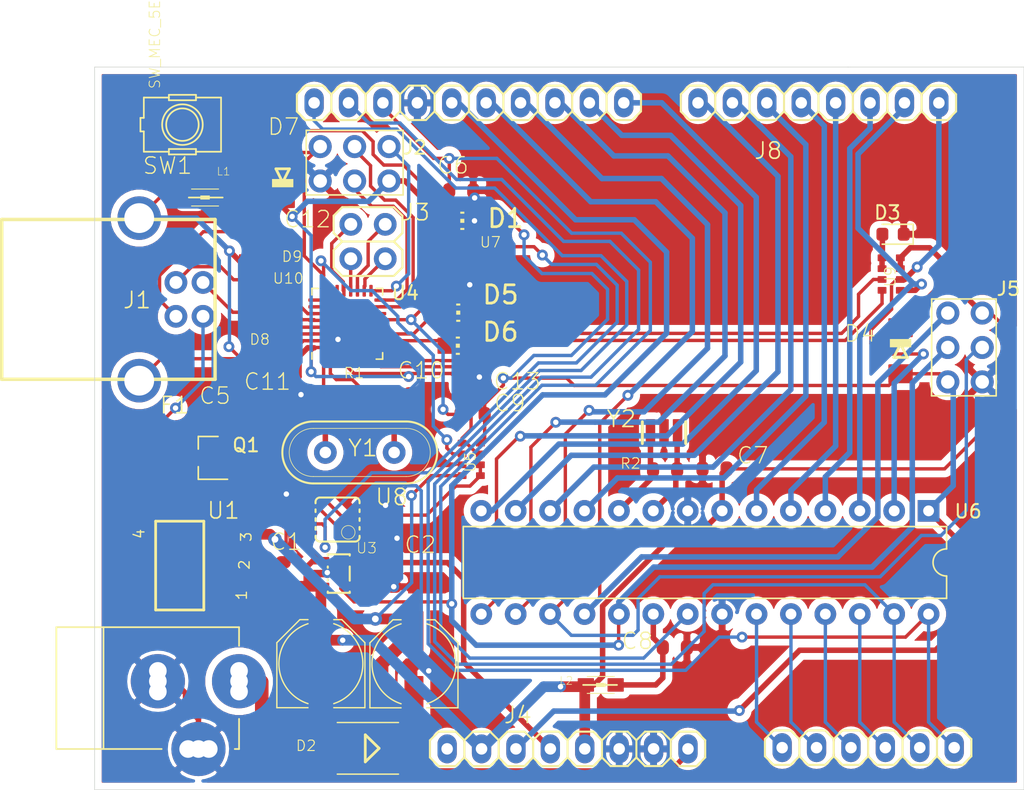
<source format=kicad_pcb>
(kicad_pcb (version 20171130) (host pcbnew 5.1.7-a382d34a8~88~ubuntu18.04.1)
  (layers (0 F.Cu signal) (31 B.Cu signal) (34 B.Paste user) (35 F.Paste user) (36 B.SilkS user) (37 F.SilkS user) (38 B.Mask user) (39 F.Mask user) (44 Edge.Cuts user))
  (net 0 "")
  (net 1 +5V)
  (net 2 GND)
  (net 3 /+3V3)
  (net 4 /VIN)
  (net 5 /AREF)
  (net 6 /AVCC)
  (net 7 /RESET)
  (net 8 /XT2)
  (net 9 /XT1)
  (net 10 /TP_VUCAP)
  (net 11 /UGND)
  (net 12 "Net-(D1-Pad2)")
  (net 13 /PWRIN)
  (net 14 "Net-(D3-Pad2)")
  (net 15 /TXLED)
  (net 16 /RXLED)
  (net 17 /RESET2)
  (net 18 /D-)
  (net 19 /USHIELD)
  (net 20 /D+)
  (net 21 /USBVCC)
  (net 22 /XUSB)
  (net 23 /MOSI2)
  (net 24 /SCK2)
  (net 25 /MISO2)
  (net 26 /PB4)
  (net 27 /PB6)
  (net 28 /PB5)
  (net 29 /PB7)
  (net 30 "Net-(J4-Pad1)")
  (net 31 /MISO)
  (net 32 /SCK)
  (net 33 /MOSI)
  (net 34 /IO8)
  (net 35 /IO9)
  (net 36 /SS)
  (net 37 /AD4SDA)
  (net 38 /AD5SCL)
  (net 39 /AD0)
  (net 40 /AD1)
  (net 41 /AD2)
  (net 42 /AD3)
  (net 43 /IO7)
  (net 44 /IO6)
  (net 45 /IO5)
  (net 46 /IO4)
  (net 47 /IO3)
  (net 48 /IO2)
  (net 49 /IO1)
  (net 50 /IO0)
  (net 51 /GATE_CMD)
  (net 52 /CMP)
  (net 53 /L13)
  (net 54 /XTAL1)
  (net 55 /XTAL2)
  (net 56 /RD+)
  (net 57 /RD-)
  (net 58 /M8RXD)
  (net 59 /M8TXD)
  (net 60 "Net-(U3-Pad4)")
  (net 61 "Net-(U4-Pad5)")
  (net 62 "Net-(U4-Pad6)")
  (net 63 "Net-(U4-Pad7)")
  (net 64 "Net-(U4-Pad12)")
  (net 65 "Net-(U4-Pad14)")
  (net 66 "Net-(U4-Pad22)")
  (net 67 "Net-(U4-Pad23)")
  (net 68 "Net-(U4-Pad25)")
  (net 69 "Net-(U4-Pad26)")
  (net 70 /RN2P4)
  (net 71 /RN2P6)
  (net 72 /RN2P7)
  (net 73 "Net-(U10-Pad7)")
  (net 74 "Net-(U10-Pad6)")
  (net 75 "Net-(U10-Pad3)")
  (net 76 "Net-(U10-Pad2)")
  (module Arduino_UNO_rev3:RESONATOR (layer F.Cu) (at 182.03 77.4)
    (fp_text reference Y2 (at -1.98 -0.31) (layer F.SilkS) (effects (font (size 1.2065 1.2065) (thickness 0.12065)) (justify right bottom)))
    (fp_text value Resonator)
    (pad 3 smd roundrect (at 1 0 90) (size 2 0.7) (layers F.Cu F.Paste F.Mask) (roundrect_rratio 0.07257142857142856) (net 54 /XTAL1))
    (pad 2 smd roundrect (at 0 0 90) (size 2 0.7) (layers F.Cu F.Paste F.Mask) (roundrect_rratio 0.07257142857142856) (net 2 GND))
    (pad 1 smd roundrect (at -1 0 90) (size 2 0.7) (layers F.Cu F.Paste F.Mask) (roundrect_rratio 0.07257142857142856) (net 55 /XTAL2))
  )
  (module Arduino_UNO_rev3:QS (layer F.Cu) (at 159.57 78.86 180)
    (fp_text reference Y1 (at -1.397 -0.381 180) (layer F.SilkS) (effects (font (size 1.2065 1.2065) (thickness 0.12065)) (justify right bottom)))
    (fp_text value Crystal)
    (pad 2 thru_hole circle (at 2.54 0 270) (size 1.6764 1.6764) (drill 0.85) (layers *.Cu *.Mask) (net 9 /XT1))
    (pad 1 thru_hole circle (at -2.54 0 270) (size 1.6764 1.6764) (drill 0.85) (layers *.Cu *.Mask) (net 8 /XT2))
  )
  (module Arduino_UNO_rev3:CAY16 (layer F.Cu) (at 152.01 67.31 90)
    (fp_text reference U10 (at 0.85 1.09 180) (layer F.SilkS) (effects (font (size 0.77216 0.77216) (thickness 0.077216)) (justify left bottom)))
    (fp_text value RN3)
    (pad 8 smd roundrect (at -1.2 -0.675 90) (size 0.5 0.65) (layers F.Cu F.Paste F.Mask) (roundrect_rratio 0.1016) (net 18 /D-))
    (pad 7 smd roundrect (at -0.4 -0.675 90) (size 0.5 0.65) (layers F.Cu F.Paste F.Mask) (roundrect_rratio 0.1016) (net 73 "Net-(U10-Pad7)"))
    (pad 6 smd roundrect (at 0.4 -0.675 90) (size 0.5 0.65) (layers F.Cu F.Paste F.Mask) (roundrect_rratio 0.1016) (net 74 "Net-(U10-Pad6)"))
    (pad 5 smd roundrect (at 1.2 -0.675 90) (size 0.5 0.65) (layers F.Cu F.Paste F.Mask) (roundrect_rratio 0.1016) (net 20 /D+))
    (pad 4 smd roundrect (at 1.2 0.675 90) (size 0.5 0.65) (layers F.Cu F.Paste F.Mask) (roundrect_rratio 0.1016) (net 56 /RD+))
    (pad 3 smd roundrect (at 0.4 0.675 90) (size 0.5 0.65) (layers F.Cu F.Paste F.Mask) (roundrect_rratio 0.1016) (net 75 "Net-(U10-Pad3)"))
    (pad 2 smd roundrect (at -0.4 0.675 90) (size 0.5 0.65) (layers F.Cu F.Paste F.Mask) (roundrect_rratio 0.1016) (net 76 "Net-(U10-Pad2)"))
    (pad 1 smd roundrect (at -1.2 0.675 90) (size 0.5 0.65) (layers F.Cu F.Paste F.Mask) (roundrect_rratio 0.1016) (net 57 /RD-))
  )
  (module Arduino_UNO_rev3:CAY16 (layer F.Cu) (at 198.8 65.69 90)
    (fp_text reference U9 (at -1.016 0.381 90) (layer F.SilkS) (effects (font (size 0.77216 0.77216) (thickness 0.077216)) (justify left bottom)))
    (fp_text value RN4)
    (pad 8 smd roundrect (at -1.2 -0.675 90) (size 0.5 0.65) (layers F.Cu F.Paste F.Mask) (roundrect_rratio 0.1016) (net 59 /M8TXD))
    (pad 7 smd roundrect (at -0.4 -0.675 90) (size 0.5 0.65) (layers F.Cu F.Paste F.Mask) (roundrect_rratio 0.1016) (net 58 /M8RXD))
    (pad 6 smd roundrect (at 0.4 -0.675 90) (size 0.5 0.65) (layers F.Cu F.Paste F.Mask) (roundrect_rratio 0.1016) (net 14 "Net-(D3-Pad2)"))
    (pad 5 smd roundrect (at 1.2 -0.675 90) (size 0.5 0.65) (layers F.Cu F.Paste F.Mask) (roundrect_rratio 0.1016) (net 14 "Net-(D3-Pad2)"))
    (pad 4 smd roundrect (at 1.2 0.675 90) (size 0.5 0.65) (layers F.Cu F.Paste F.Mask) (roundrect_rratio 0.1016) (net 1 +5V))
    (pad 3 smd roundrect (at 0.4 0.675 90) (size 0.5 0.65) (layers F.Cu F.Paste F.Mask) (roundrect_rratio 0.1016) (net 1 +5V))
    (pad 2 smd roundrect (at -0.4 0.675 90) (size 0.5 0.65) (layers F.Cu F.Paste F.Mask) (roundrect_rratio 0.1016) (net 50 /IO0))
    (pad 1 smd roundrect (at -1.2 0.675 90) (size 0.5 0.65) (layers F.Cu F.Paste F.Mask) (roundrect_rratio 0.1016) (net 49 /IO1))
  )
  (module Arduino_UNO_rev3:MSOP08 (layer F.Cu) (at 157.93 83.81 90)
    (fp_text reference U8 (at 0.95 5.28 180) (layer F.SilkS) (effects (font (size 1.2065 1.2065) (thickness 0.12065)) (justify right bottom)))
    (fp_text value LMV358IDGKR)
    (pad 1 smd roundrect (at -0.976 2.113 90) (size 0.3 1.2) (layers F.Cu F.Paste F.Mask) (roundrect_rratio 0.1693333333333333) (net 51 /GATE_CMD))
    (pad 2 smd roundrect (at -0.326 2.113 90) (size 0.3 1.2) (layers F.Cu F.Paste F.Mask) (roundrect_rratio 0.1693333333333333) (net 3 /+3V3))
    (pad 3 smd roundrect (at 0.324 2.113 90) (size 0.3 1.2) (layers F.Cu F.Paste F.Mask) (roundrect_rratio 0.1693333333333333) (net 52 /CMP))
    (pad 4 smd roundrect (at 0.974 2.113 90) (size 0.3 1.2) (layers F.Cu F.Paste F.Mask) (roundrect_rratio 0.1693333333333333) (net 2 GND))
    (pad 5 smd roundrect (at 0.974 -2.112 90) (size 0.3 1.2) (layers F.Cu F.Paste F.Mask) (roundrect_rratio 0.1693333333333333) (net 32 /SCK))
    (pad 6 smd roundrect (at 0.324 -2.112 90) (size 0.3 1.2) (layers F.Cu F.Paste F.Mask) (roundrect_rratio 0.1693333333333333) (net 53 /L13))
    (pad 7 smd roundrect (at -0.326 -2.112 90) (size 0.3 1.2) (layers F.Cu F.Paste F.Mask) (roundrect_rratio 0.1693333333333333) (net 53 /L13))
    (pad 8 smd roundrect (at -0.976 -2.112 90) (size 0.3 1.2) (layers F.Cu F.Paste F.Mask) (roundrect_rratio 0.1693333333333333) (net 1 +5V))
  )
  (module Arduino_UNO_rev3:CAY16 (layer F.Cu) (at 167.13 64.87 270)
    (fp_text reference U7 (at -1.08 -2.9 180) (layer F.SilkS) (effects (font (size 0.77216 0.77216) (thickness 0.077216)) (justify right bottom)))
    (fp_text value RN2)
    (pad 8 smd roundrect (at -1.2 -0.675 270) (size 0.5 0.65) (layers F.Cu F.Paste F.Mask) (roundrect_rratio 0.1016) (net 53 /L13))
    (pad 7 smd roundrect (at -0.4 -0.675 270) (size 0.5 0.65) (layers F.Cu F.Paste F.Mask) (roundrect_rratio 0.1016) (net 72 /RN2P7))
    (pad 6 smd roundrect (at 0.4 -0.675 270) (size 0.5 0.65) (layers F.Cu F.Paste F.Mask) (roundrect_rratio 0.1016) (net 71 /RN2P6))
    (pad 5 smd roundrect (at 1.2 -0.675 270) (size 0.5 0.65) (layers F.Cu F.Paste F.Mask) (roundrect_rratio 0.1016) (net 2 GND))
    (pad 4 smd roundrect (at 1.2 0.675 270) (size 0.5 0.65) (layers F.Cu F.Paste F.Mask) (roundrect_rratio 0.1016) (net 70 /RN2P4))
    (pad 3 smd roundrect (at 0.4 0.675 270) (size 0.5 0.65) (layers F.Cu F.Paste F.Mask) (roundrect_rratio 0.1016) (net 1 +5V))
    (pad 2 smd roundrect (at -0.4 0.675 270) (size 0.5 0.65) (layers F.Cu F.Paste F.Mask) (roundrect_rratio 0.1016) (net 1 +5V))
    (pad 1 smd roundrect (at -1.2 0.675 270) (size 0.5 0.65) (layers F.Cu F.Paste F.Mask) (roundrect_rratio 0.1016) (net 12 "Net-(D1-Pad2)"))
  )
  (module Package_DIP:DIP-28_W7.62mm (layer F.Cu) (at 201.56 83.17 270)
    (fp_text reference U6 (at 0.04 -2.92 180) (layer F.SilkS))
    (fp_text value ATmega328P-PU)
    (pad 28 thru_hole oval (at 7.62 0 270) (size 1.6 1.6) (drill 0.8) (layers *.Cu *.Mask) (net 38 /AD5SCL))
    (pad 14 thru_hole oval (at 0 33.02 270) (size 1.6 1.6) (drill 0.8) (layers *.Cu *.Mask) (net 34 /IO8))
    (pad 27 thru_hole oval (at 7.62 2.54 270) (size 1.6 1.6) (drill 0.8) (layers *.Cu *.Mask) (net 37 /AD4SDA))
    (pad 13 thru_hole oval (at 0 30.48 270) (size 1.6 1.6) (drill 0.8) (layers *.Cu *.Mask) (net 43 /IO7))
    (pad 26 thru_hole oval (at 7.62 5.08 270) (size 1.6 1.6) (drill 0.8) (layers *.Cu *.Mask) (net 42 /AD3))
    (pad 12 thru_hole oval (at 0 27.94 270) (size 1.6 1.6) (drill 0.8) (layers *.Cu *.Mask) (net 44 /IO6))
    (pad 25 thru_hole oval (at 7.62 7.62 270) (size 1.6 1.6) (drill 0.8) (layers *.Cu *.Mask) (net 41 /AD2))
    (pad 11 thru_hole oval (at 0 25.4 270) (size 1.6 1.6) (drill 0.8) (layers *.Cu *.Mask) (net 45 /IO5))
    (pad 24 thru_hole oval (at 7.62 10.16 270) (size 1.6 1.6) (drill 0.8) (layers *.Cu *.Mask) (net 40 /AD1))
    (pad 10 thru_hole oval (at 0 22.86 270) (size 1.6 1.6) (drill 0.8) (layers *.Cu *.Mask) (net 55 /XTAL2))
    (pad 23 thru_hole oval (at 7.62 12.7 270) (size 1.6 1.6) (drill 0.8) (layers *.Cu *.Mask) (net 39 /AD0))
    (pad 9 thru_hole oval (at 0 20.32 270) (size 1.6 1.6) (drill 0.8) (layers *.Cu *.Mask) (net 54 /XTAL1))
    (pad 22 thru_hole oval (at 7.62 15.24 270) (size 1.6 1.6) (drill 0.8) (layers *.Cu *.Mask) (net 2 GND))
    (pad 8 thru_hole oval (at 0 17.78 270) (size 1.6 1.6) (drill 0.8) (layers *.Cu *.Mask) (net 2 GND))
    (pad 21 thru_hole oval (at 7.62 17.78 270) (size 1.6 1.6) (drill 0.8) (layers *.Cu *.Mask) (net 5 /AREF))
    (pad 7 thru_hole oval (at 0 15.24 270) (size 1.6 1.6) (drill 0.8) (layers *.Cu *.Mask) (net 1 +5V))
    (pad 20 thru_hole oval (at 7.62 20.32 270) (size 1.6 1.6) (drill 0.8) (layers *.Cu *.Mask) (net 6 /AVCC))
    (pad 6 thru_hole oval (at 0 12.7 270) (size 1.6 1.6) (drill 0.8) (layers *.Cu *.Mask) (net 46 /IO4))
    (pad 19 thru_hole oval (at 7.62 22.86 270) (size 1.6 1.6) (drill 0.8) (layers *.Cu *.Mask) (net 32 /SCK))
    (pad 5 thru_hole oval (at 0 10.16 270) (size 1.6 1.6) (drill 0.8) (layers *.Cu *.Mask) (net 47 /IO3))
    (pad 18 thru_hole oval (at 7.62 25.4 270) (size 1.6 1.6) (drill 0.8) (layers *.Cu *.Mask) (net 31 /MISO))
    (pad 4 thru_hole oval (at 0 7.62 270) (size 1.6 1.6) (drill 0.8) (layers *.Cu *.Mask) (net 48 /IO2))
    (pad 17 thru_hole oval (at 7.62 27.94 270) (size 1.6 1.6) (drill 0.8) (layers *.Cu *.Mask) (net 33 /MOSI))
    (pad 3 thru_hole oval (at 0 5.08 270) (size 1.6 1.6) (drill 0.8) (layers *.Cu *.Mask) (net 49 /IO1))
    (pad 16 thru_hole oval (at 7.62 30.48 270) (size 1.6 1.6) (drill 0.8) (layers *.Cu *.Mask) (net 36 /SS))
    (pad 2 thru_hole oval (at 0 2.54 270) (size 1.6 1.6) (drill 0.8) (layers *.Cu *.Mask) (net 50 /IO0))
    (pad 15 thru_hole oval (at 7.62 33.02 270) (size 1.6 1.6) (drill 0.8) (layers *.Cu *.Mask) (net 35 /IO9))
    (pad 1 thru_hole rect (at 0 0 270) (size 1.6 1.6) (drill 0.8) (layers *.Cu *.Mask) (net 7 /RESET))
  )
  (module Arduino_UNO_rev3:CAY16 (layer F.Cu) (at 167.8 79.37 90)
    (fp_text reference U5 (at -1.016 0.381 90) (layer F.SilkS) (effects (font (size 0.77216 0.77216) (thickness 0.077216)) (justify left bottom)))
    (fp_text value RN1)
    (pad 8 smd roundrect (at -1.2 -0.675 90) (size 0.5 0.65) (layers F.Cu F.Paste F.Mask) (roundrect_rratio 0.1016) (net 4 /VIN))
    (pad 7 smd roundrect (at -0.4 -0.675 90) (size 0.5 0.65) (layers F.Cu F.Paste F.Mask) (roundrect_rratio 0.1016) (net 2 GND))
    (pad 6 smd roundrect (at 0.4 -0.675 90) (size 0.5 0.65) (layers F.Cu F.Paste F.Mask) (roundrect_rratio 0.1016) (net 17 /RESET2))
    (pad 5 smd roundrect (at 1.2 -0.675 90) (size 0.5 0.65) (layers F.Cu F.Paste F.Mask) (roundrect_rratio 0.1016) (net 1 +5V))
    (pad 4 smd roundrect (at 1.2 0.675 90) (size 0.5 0.65) (layers F.Cu F.Paste F.Mask) (roundrect_rratio 0.1016) (net 7 /RESET))
    (pad 3 smd roundrect (at 0.4 0.675 90) (size 0.5 0.65) (layers F.Cu F.Paste F.Mask) (roundrect_rratio 0.1016) (net 1 +5V))
    (pad 2 smd roundrect (at -0.4 0.675 90) (size 0.5 0.65) (layers F.Cu F.Paste F.Mask) (roundrect_rratio 0.1016) (net 52 /CMP))
    (pad 1 smd roundrect (at -1.2 0.675 90) (size 0.5 0.65) (layers F.Cu F.Paste F.Mask) (roundrect_rratio 0.1016) (net 52 /CMP))
  )
  (module Package_DFN_QFN:QFN-32-1EP_5x5mm_P0.5mm_EP3.1x3.1mm (layer F.Cu) (at 158.65 69.36 90)
    (fp_text reference U4 (at 2.27 4.28 180) (layer F.SilkS))
    (fp_text value "ATmega8U2-MU(R)")
    (pad 33 smd rect (at 0 0 90) (size 3.1 3.1) (layers F.Cu F.Mask) (net 2 GND))
    (pad 32 smd roundrect (at -1.75 -2.4375 90) (size 0.25 0.875) (layers F.Cu F.Paste F.Mask) (net 1 +5V))
    (pad 31 smd roundrect (at -1.25 -2.4375 90) (size 0.25 0.875) (layers F.Cu F.Paste F.Mask) (net 21 /USBVCC))
    (pad 30 smd roundrect (at -0.75 -2.4375 90) (size 0.25 0.875) (layers F.Cu F.Paste F.Mask) (net 57 /RD-))
    (pad 29 smd roundrect (at -0.25 -2.4375 90) (size 0.25 0.875) (layers F.Cu F.Paste F.Mask) (net 56 /RD+))
    (pad 28 smd roundrect (at 0.25 -2.4375 90) (size 0.25 0.875) (layers F.Cu F.Paste F.Mask) (net 11 /UGND))
    (pad 27 smd roundrect (at 0.75 -2.4375 90) (size 0.25 0.875) (layers F.Cu F.Paste F.Mask) (net 10 /TP_VUCAP))
    (pad 26 smd roundrect (at 1.25 -2.4375 90) (size 0.25 0.875) (layers F.Cu F.Paste F.Mask) (net 69 "Net-(U4-Pad26)"))
    (pad 25 smd roundrect (at 1.75 -2.4375 90) (size 0.25 0.875) (layers F.Cu F.Paste F.Mask) (net 68 "Net-(U4-Pad25)"))
    (pad 24 smd roundrect (at 2.4375 -1.75 90) (size 0.875 0.25) (layers F.Cu F.Paste F.Mask) (net 17 /RESET2))
    (pad 23 smd roundrect (at 2.4375 -1.25 90) (size 0.875 0.25) (layers F.Cu F.Paste F.Mask) (net 67 "Net-(U4-Pad23)"))
    (pad 22 smd roundrect (at 2.4375 -0.75 90) (size 0.875 0.25) (layers F.Cu F.Paste F.Mask) (net 66 "Net-(U4-Pad22)"))
    (pad 21 smd roundrect (at 2.4375 -0.25 90) (size 0.875 0.25) (layers F.Cu F.Paste F.Mask) (net 29 /PB7))
    (pad 20 smd roundrect (at 2.4375 0.25 90) (size 0.875 0.25) (layers F.Cu F.Paste F.Mask) (net 27 /PB6))
    (pad 19 smd roundrect (at 2.4375 0.75 90) (size 0.875 0.25) (layers F.Cu F.Paste F.Mask) (net 28 /PB5))
    (pad 18 smd roundrect (at 2.4375 1.25 90) (size 0.875 0.25) (layers F.Cu F.Paste F.Mask) (net 26 /PB4))
    (pad 17 smd roundrect (at 2.4375 1.75 90) (size 0.875 0.25) (layers F.Cu F.Paste F.Mask) (net 25 /MISO2))
    (pad 16 smd roundrect (at 1.75 2.4375 90) (size 0.25 0.875) (layers F.Cu F.Paste F.Mask) (net 23 /MOSI2))
    (pad 15 smd roundrect (at 1.25 2.4375 90) (size 0.25 0.875) (layers F.Cu F.Paste F.Mask) (net 24 /SCK2))
    (pad 14 smd roundrect (at 0.75 2.4375 90) (size 0.25 0.875) (layers F.Cu F.Paste F.Mask) (net 65 "Net-(U4-Pad14)"))
    (pad 13 smd roundrect (at 0.25 2.4375 90) (size 0.25 0.875) (layers F.Cu F.Paste F.Mask) (net 70 /RN2P4))
    (pad 12 smd roundrect (at -0.25 2.4375 90) (size 0.25 0.875) (layers F.Cu F.Paste F.Mask) (net 64 "Net-(U4-Pad12)"))
    (pad 11 smd roundrect (at -0.75 2.4375 90) (size 0.25 0.875) (layers F.Cu F.Paste F.Mask) (net 15 /TXLED))
    (pad 10 smd roundrect (at -1.25 2.4375 90) (size 0.25 0.875) (layers F.Cu F.Paste F.Mask) (net 16 /RXLED))
    (pad 9 smd roundrect (at -1.75 2.4375 90) (size 0.25 0.875) (layers F.Cu F.Paste F.Mask) (net 58 /M8RXD))
    (pad 8 smd roundrect (at -2.4375 1.75 90) (size 0.875 0.25) (layers F.Cu F.Paste F.Mask) (net 59 /M8TXD))
    (pad 7 smd roundrect (at -2.4375 1.25 90) (size 0.875 0.25) (layers F.Cu F.Paste F.Mask) (net 63 "Net-(U4-Pad7)"))
    (pad 6 smd roundrect (at -2.4375 0.75 90) (size 0.875 0.25) (layers F.Cu F.Paste F.Mask) (net 62 "Net-(U4-Pad6)"))
    (pad 5 smd roundrect (at -2.4375 0.25 90) (size 0.875 0.25) (layers F.Cu F.Paste F.Mask) (net 61 "Net-(U4-Pad5)"))
    (pad 4 smd roundrect (at -2.4375 -0.25 90) (size 0.875 0.25) (layers F.Cu F.Paste F.Mask) (net 1 +5V))
    (pad 3 smd roundrect (at -2.4375 -0.75 90) (size 0.875 0.25) (layers F.Cu F.Paste F.Mask) (net 2 GND))
    (pad 2 smd roundrect (at -2.4375 -1.25 90) (size 0.875 0.25) (layers F.Cu F.Paste F.Mask) (net 8 /XT2))
    (pad 1 smd roundrect (at -2.4375 -1.75 90) (size 0.875 0.25) (layers F.Cu F.Paste F.Mask) (net 9 /XT1))
  )
  (module Arduino_UNO_rev3:SOT23-DBV (layer F.Cu) (at 158.02 87.8 270)
    (fp_text reference U3 (at -1.43 -2.87) (layer F.SilkS) (effects (font (size 0.77216 0.77216) (thickness 0.061772)) (justify right bottom)))
    (fp_text value LP2985-3.3)
    (pad 5 smd roundrect (at -0.95 -1.3 270) (size 0.55 1.2) (layers F.Cu F.Paste F.Mask) (roundrect_rratio 0.09236363636363637) (net 3 /+3V3))
    (pad 4 smd roundrect (at 0.95 -1.3 270) (size 0.55 1.2) (layers F.Cu F.Paste F.Mask) (roundrect_rratio 0.09236363636363637) (net 60 "Net-(U3-Pad4)"))
    (pad 3 smd roundrect (at 0.95 1.3 270) (size 0.55 1.2) (layers F.Cu F.Paste F.Mask) (roundrect_rratio 0.09236363636363637) (net 1 +5V))
    (pad 2 smd roundrect (at 0 1.3 270) (size 0.55 1.2) (layers F.Cu F.Paste F.Mask) (roundrect_rratio 0.09236363636363637) (net 2 GND))
    (pad 1 smd roundrect (at -0.95 1.3 270) (size 0.55 1.2) (layers F.Cu F.Paste F.Mask) (roundrect_rratio 0.09236363636363637) (net 1 +5V))
  )
  (module Arduino_UNO_rev3:POWERSUPPLY_DC-21MM (layer F.Cu) (at 144.31 95.67 90)
    (fp_text reference U2 hide)
    (fp_text value Powersupply_DC21MMX)
    (pad 9 thru_hole circle (at 0.6858 6.35 90) (size 1.95 1.95) (drill 1.3) (layers *.Cu *.Mask))
    (pad 8 thru_hole circle (at -0.8382 6.35 90) (size 1.95 1.95) (drill 1.3) (layers *.Cu *.Mask))
    (pad 7 thru_hole circle (at 0.6858 0.3556 90) (size 1.95 1.95) (drill 1.3) (layers *.Cu *.Mask))
    (pad 6 thru_hole circle (at -0.8382 0.3556 90) (size 1.95 1.95) (drill 1.3) (layers *.Cu *.Mask))
    (pad 5 thru_hole circle (at -5.08 2.5908 90) (size 1.95 1.95) (drill 1.3) (layers *.Cu *.Mask))
    (pad 4 thru_hole circle (at -5.08 4.1148 90) (size 1.95 1.95) (drill 1.3) (layers *.Cu *.Mask))
    (pad 3 thru_hole circle (at -0.0762 0.3556 90) (size 4 4) (drill 1.3) (layers *.Cu *.Mask) (net 2 GND))
    (pad 2 thru_hole circle (at -0.0762 6.35 90) (size 4 4) (drill 1.3) (layers *.Cu *.Mask) (net 13 /PWRIN))
    (pad 1 thru_hole circle (at -5.08 3.3528 180) (size 4 4) (drill 1.3) (layers *.Cu *.Mask) (net 2 GND))
  )
  (module Arduino_UNO_rev3:SOT223 (layer F.Cu) (at 146.28 87.21 90)
    (fp_text reference U1 (at 3.36 1.94 180) (layer F.SilkS) (effects (font (size 1.2065 1.2065) (thickness 0.12065)) (justify left bottom)))
    (fp_text value NCP1117ST50T3G)
    (fp_text user 2 (at -0.37 5.22 90) (layer F.SilkS) (effects (font (size 0.77216 0.77216) (thickness 0.097536)) (justify left bottom)))
    (fp_text user 1 (at -2.62 5.02 90) (layer F.SilkS) (effects (font (size 0.77216 0.77216) (thickness 0.097536)) (justify left bottom)))
    (fp_text user 4 (at 1.905 -2.54 90) (layer F.SilkS) (effects (font (size 0.77216 0.77216) (thickness 0.097536)) (justify left bottom)))
    (fp_text user 3 (at 1.69 5.36 90) (layer F.SilkS) (effects (font (size 0.77216 0.77216) (thickness 0.097536)) (justify left bottom)))
    (pad 4 smd roundrect (at 0 -3.099 90) (size 3.6 2.2) (layers F.Cu F.Paste F.Mask) (roundrect_rratio 0.05) (net 1 +5V))
    (pad 3 smd roundrect (at 2.3114 3.0988 90) (size 1.2192 2.2352) (layers F.Cu F.Paste F.Mask) (roundrect_rratio 0.05) (net 4 /VIN))
    (pad 2 smd roundrect (at 0 3.0988 90) (size 1.2192 2.2352) (layers F.Cu F.Paste F.Mask) (roundrect_rratio 0.05) (net 1 +5V))
    (pad 1 smd roundrect (at -2.3114 3.0988 90) (size 1.2192 2.2352) (layers F.Cu F.Paste F.Mask) (roundrect_rratio 0.05) (net 2 GND))
  )
  (module Arduino_UNO_rev3:TS42 (layer F.Cu) (at 146.48 54.66)
    (fp_text reference SW1 (at -3 3.738) (layer F.SilkS) (effects (font (size 1.2065 1.2065) (thickness 0.09652)) (justify left bottom)))
    (fp_text value SW_MEC_5E (at -1.587 -2.588 90) (layer F.SilkS) (effects (font (size 0.77216 0.77216) (thickness 0.061772)) (justify left bottom)))
    (pad 5 smd roundrect (at -4.2 0) (size 1.6 1.4) (layers F.Cu F.Mask) (roundrect_rratio 0.075))
    (pad 4 smd roundrect (at 4.2 2.25) (size 1.6 1.4) (layers F.Cu F.Paste F.Mask) (roundrect_rratio 0.075) (net 7 /RESET))
    (pad 3 smd roundrect (at -4.2 2.25) (size 1.6 1.4) (layers F.Cu F.Paste F.Mask) (roundrect_rratio 0.075) (net 7 /RESET))
    (pad 2 smd roundrect (at 4.2 -2.25) (size 1.6 1.4) (layers F.Cu F.Paste F.Mask) (roundrect_rratio 0.075) (net 2 GND))
    (pad 1 smd roundrect (at -4.2 -2.25) (size 1.6 1.4) (layers F.Cu F.Paste F.Mask) (roundrect_rratio 0.075) (net 2 GND))
  )
  (module Arduino_UNO_rev3:R0603-ROUND (layer F.Cu) (at 182.11 80.13 180)
    (fp_text reference R2 (at 1.75 0.01 180) (layer F.SilkS) (effects (font (size 0.77216 0.77216) (thickness 0.077216)) (justify right bottom)))
    (fp_text value R)
    (pad 2 smd roundrect (at 0.889 0 180) (size 0.8984 1.1) (layers F.Cu F.Paste F.Mask) (roundrect_rratio 0.4) (net 55 /XTAL2))
    (pad 1 smd roundrect (at -0.889 0 180) (size 0.8984 1.1) (layers F.Cu F.Paste F.Mask) (roundrect_rratio 0.4) (net 54 /XTAL1))
  )
  (module Arduino_UNO_rev3:R0603-ROUND (layer F.Cu) (at 159.25 74.6 180)
    (fp_text reference R1 (at -0.7 1.15 180) (layer F.SilkS) (effects (font (size 0.77216 0.77216) (thickness 0.077216)) (justify right bottom)))
    (fp_text value R)
    (pad 2 smd roundrect (at 0.889 0 180) (size 0.8984 1.1) (layers F.Cu F.Paste F.Mask) (roundrect_rratio 0.4) (net 9 /XT1))
    (pad 1 smd roundrect (at -0.889 0 180) (size 0.8984 1.1) (layers F.Cu F.Paste F.Mask) (roundrect_rratio 0.4) (net 8 /XT2))
  )
  (module Package_TO_SOT_SMD:SOT-23 (layer F.Cu) (at 148.41 79.26 180)
    (fp_text reference Q1 (at -2.76 0.94) (layer F.SilkS))
    (fp_text value FDN340P)
    (pad 3 smd rect (at 1 0 180) (size 0.9 0.8) (layers F.Cu F.Paste F.Mask) (net 21 /USBVCC))
    (pad 2 smd rect (at -1 0.95 180) (size 0.9 0.8) (layers F.Cu F.Paste F.Mask) (net 1 +5V))
    (pad 1 smd rect (at -1 -0.95 180) (size 0.9 0.8) (layers F.Cu F.Paste F.Mask) (net 51 /GATE_CMD))
  )
  (module Arduino_UNO_rev3:0805 (layer F.Cu) (at 177.36 96.02)
    (fp_text reference L2 (at -3.09 0.03) (layer F.SilkS) (effects (font (size 0.57912 0.57912) (thickness 0.046329)) (justify left bottom)))
    (fp_text value INDUCTOR)
    (pad 2 smd roundrect (at 1.1 0) (size 1.2 1) (layers F.Cu F.Paste F.Mask) (roundrect_rratio 0.0508) (net 6 /AVCC))
    (pad 1 smd roundrect (at -1.1 0) (size 1.2 1) (layers F.Cu F.Paste F.Mask) (roundrect_rratio 0.0508) (net 1 +5V))
  )
  (module Arduino_UNO_rev3:0805 (layer F.Cu) (at 148.15 60.04 180)
    (fp_text reference L1 (at -1.905 1.5875) (layer F.SilkS) (effects (font (size 0.57912 0.57912) (thickness 0.046329)) (justify right bottom)))
    (fp_text value INDUCTOR)
    (pad 2 smd roundrect (at 1.1 0 180) (size 1.2 1) (layers F.Cu F.Paste F.Mask) (roundrect_rratio 0.0508) (net 19 /USHIELD))
    (pad 1 smd roundrect (at -1.1 0 180) (size 1.2 1) (layers F.Cu F.Paste F.Mask) (roundrect_rratio 0.0508) (net 11 /UGND))
  )
  (module Arduino_UNO_rev3:1X08 (layer F.Cu) (at 193.43 53.05 180)
    (fp_text reference J8 (at 2.5908 -4.2418) (layer F.SilkS) (effects (font (size 1.2065 1.2065) (thickness 0.12065)) (justify right bottom)))
    (fp_text value Conn_01x08_Male)
    (pad 8 thru_hole oval (at 8.89 0 270) (size 2.1336 1.4224) (drill 0.85) (layers *.Cu *.Mask) (net 43 /IO7))
    (pad 7 thru_hole oval (at 6.35 0 270) (size 2.1336 1.4224) (drill 0.85) (layers *.Cu *.Mask) (net 44 /IO6))
    (pad 6 thru_hole oval (at 3.81 0 270) (size 2.1336 1.4224) (drill 0.85) (layers *.Cu *.Mask) (net 45 /IO5))
    (pad 5 thru_hole oval (at 1.27 0 270) (size 2.1336 1.4224) (drill 0.85) (layers *.Cu *.Mask) (net 46 /IO4))
    (pad 4 thru_hole oval (at -1.27 0 270) (size 2.1336 1.4224) (drill 0.85) (layers *.Cu *.Mask) (net 47 /IO3))
    (pad 3 thru_hole oval (at -3.81 0 270) (size 2.1336 1.4224) (drill 0.85) (layers *.Cu *.Mask) (net 48 /IO2))
    (pad 2 thru_hole oval (at -6.35 0 270) (size 2.1336 1.4224) (drill 0.85) (layers *.Cu *.Mask) (net 49 /IO1))
    (pad 1 thru_hole oval (at -8.89 0 270) (size 2.1336 1.4224) (drill 0.85) (layers *.Cu *.Mask) (net 50 /IO0))
  )
  (module Arduino_UNO_rev3:1X06 (layer F.Cu) (at 197.1 100.65)
    (fp_text reference J7 hide)
    (fp_text value Conn_01x06_Male)
    (pad 6 thru_hole oval (at 6.35 0 90) (size 2.1336 1.4224) (drill 0.85) (layers *.Cu *.Mask) (net 38 /AD5SCL))
    (pad 5 thru_hole oval (at 3.81 0 90) (size 2.1336 1.4224) (drill 0.85) (layers *.Cu *.Mask) (net 37 /AD4SDA))
    (pad 4 thru_hole oval (at 1.27 0 90) (size 2.1336 1.4224) (drill 0.85) (layers *.Cu *.Mask) (net 42 /AD3))
    (pad 3 thru_hole oval (at -1.27 0 90) (size 2.1336 1.4224) (drill 0.85) (layers *.Cu *.Mask) (net 41 /AD2))
    (pad 2 thru_hole oval (at -3.81 0 90) (size 2.1336 1.4224) (drill 0.85) (layers *.Cu *.Mask) (net 40 /AD1))
    (pad 1 thru_hole oval (at -6.35 0 90) (size 2.1336 1.4224) (drill 0.85) (layers *.Cu *.Mask) (net 39 /AD0))
  )
  (module Arduino_UNO_rev3:1X10 (layer F.Cu) (at 167.63 53.05 180)
    (fp_text reference J6 hide)
    (fp_text value Conn_01x10_Male)
    (pad 10 thru_hole oval (at 11.43 0 270) (size 2.1336 1.4224) (drill 0.85) (layers *.Cu *.Mask) (net 38 /AD5SCL))
    (pad 9 thru_hole oval (at 8.89 0 270) (size 2.1336 1.4224) (drill 0.85) (layers *.Cu *.Mask) (net 37 /AD4SDA))
    (pad 8 thru_hole oval (at 6.35 0 270) (size 2.1336 1.4224) (drill 0.85) (layers *.Cu *.Mask) (net 5 /AREF))
    (pad 7 thru_hole oval (at 3.81 0 270) (size 2.1336 1.4224) (drill 0.85) (layers *.Cu *.Mask) (net 2 GND))
    (pad 6 thru_hole oval (at 1.27 0 270) (size 2.1336 1.4224) (drill 0.85) (layers *.Cu *.Mask) (net 32 /SCK))
    (pad 5 thru_hole oval (at -1.27 0 270) (size 2.1336 1.4224) (drill 0.85) (layers *.Cu *.Mask) (net 31 /MISO))
    (pad 4 thru_hole oval (at -3.81 0 270) (size 2.1336 1.4224) (drill 0.85) (layers *.Cu *.Mask) (net 33 /MOSI))
    (pad 3 thru_hole oval (at -6.35 0 270) (size 2.1336 1.4224) (drill 0.85) (layers *.Cu *.Mask) (net 36 /SS))
    (pad 2 thru_hole oval (at -8.89 0 270) (size 2.1336 1.4224) (drill 0.85) (layers *.Cu *.Mask) (net 35 /IO9))
    (pad 1 thru_hole oval (at -11.43 0 270) (size 2.1336 1.4224) (drill 0.85) (layers *.Cu *.Mask) (net 34 /IO8))
  )
  (module Arduino_UNO_rev3:ICSP_Arduino__connector_UNO (layer F.Cu) (at 204.03 70.9)
    (fp_text reference J5 (at 3.42 -4.12) (layer F.SilkS))
    (fp_text value ICSP_CONN_02X06)
    (pad 2 thru_hole circle (at 1.49 -2.33) (size 1.7 1.7) (drill 1) (layers *.Cu *.Mask) (net 1 +5V))
    (pad 4 thru_hole circle (at 1.49 0.21) (size 1.7 1.7) (drill 1) (layers *.Cu *.Mask) (net 33 /MOSI))
    (pad 6 thru_hole circle (at 1.49 2.75) (size 1.7 1.7) (drill 1) (layers *.Cu *.Mask) (net 2 GND))
    (pad 5 thru_hole circle (at -1.05 2.75) (size 1.7 1.7) (drill 1) (layers *.Cu *.Mask) (net 7 /RESET))
    (pad 3 thru_hole circle (at -1.05 0.21) (size 1.7 1.7) (drill 1) (layers *.Cu *.Mask) (net 32 /SCK))
    (pad 1 thru_hole circle (at -1.05 -2.33) (size 1.7 1.7) (drill 1) (layers *.Cu *.Mask) (net 31 /MISO))
  )
  (module Arduino_UNO_rev3:1X08 (layer F.Cu) (at 174.91 100.74)
    (fp_text reference J4 (at -4.78 -1.79) (layer F.SilkS) (effects (font (size 1.2065 1.2065) (thickness 0.12065)) (justify left bottom)))
    (fp_text value Conn_01x08_Male)
    (pad 8 thru_hole oval (at 8.89 0 90) (size 2.1336 1.4224) (drill 0.85) (layers *.Cu *.Mask) (net 4 /VIN))
    (pad 7 thru_hole oval (at 6.35 0 90) (size 2.1336 1.4224) (drill 0.85) (layers *.Cu *.Mask) (net 2 GND))
    (pad 6 thru_hole oval (at 3.81 0 90) (size 2.1336 1.4224) (drill 0.85) (layers *.Cu *.Mask) (net 2 GND))
    (pad 5 thru_hole oval (at 1.27 0 90) (size 2.1336 1.4224) (drill 0.85) (layers *.Cu *.Mask) (net 1 +5V))
    (pad 4 thru_hole oval (at -1.27 0 90) (size 2.1336 1.4224) (drill 0.85) (layers *.Cu *.Mask) (net 3 /+3V3))
    (pad 3 thru_hole oval (at -3.81 0 90) (size 2.1336 1.4224) (drill 0.85) (layers *.Cu *.Mask) (net 7 /RESET))
    (pad 2 thru_hole oval (at -6.35 0 90) (size 2.1336 1.4224) (drill 0.85) (layers *.Cu *.Mask) (net 1 +5V))
    (pad 1 thru_hole oval (at -8.89 0 90) (size 2.1336 1.4224) (drill 0.85) (layers *.Cu *.Mask) (net 30 "Net-(J4-Pad1)"))
  )
  (module Arduino_UNO_rev3:2X02 (layer F.Cu) (at 160.18 63.29 90)
    (fp_text reference J3 (at 1.45 2.43 180) (layer F.SilkS) (effects (font (size 1.2065 1.2065) (thickness 0.12065)) (justify left bottom)))
    (fp_text value Conn_02x02_Odd_Even)
    (pad 4 thru_hole circle (at 1.27 -1.27 90) (size 1.6764 1.6764) (drill 0.95) (layers *.Cu *.Mask) (net 29 /PB7))
    (pad 3 thru_hole circle (at 1.27 1.27 90) (size 1.6764 1.6764) (drill 0.95) (layers *.Cu *.Mask) (net 28 /PB5))
    (pad 2 thru_hole circle (at -1.27 -1.27 90) (size 1.6764 1.6764) (drill 0.95) (layers *.Cu *.Mask) (net 27 /PB6))
    (pad 1 thru_hole circle (at -1.27 1.27 90) (size 1.6764 1.6764) (drill 0.95) (layers *.Cu *.Mask) (net 26 /PB4))
  )
  (module Arduino_UNO_rev3:ICSP_Arduino__connector_UNO (layer F.Cu) (at 159.4 57.33 270)
    (fp_text reference J2 (at -0.98 -4.24 180) (layer F.SilkS))
    (fp_text value ICSP_CONN_02X06)
    (pad 2 thru_hole circle (at 1.49 -2.33 270) (size 1.7 1.7) (drill 1) (layers *.Cu *.Mask) (net 1 +5V))
    (pad 4 thru_hole circle (at 1.49 0.21 270) (size 1.7 1.7) (drill 1) (layers *.Cu *.Mask) (net 23 /MOSI2))
    (pad 6 thru_hole circle (at 1.49 2.75 270) (size 1.7 1.7) (drill 1) (layers *.Cu *.Mask) (net 2 GND))
    (pad 5 thru_hole circle (at -1.05 2.75 270) (size 1.7 1.7) (drill 1) (layers *.Cu *.Mask) (net 17 /RESET2))
    (pad 3 thru_hole circle (at -1.05 0.21 270) (size 1.7 1.7) (drill 1) (layers *.Cu *.Mask) (net 24 /SCK2))
    (pad 1 thru_hole circle (at -1.05 -2.33 270) (size 1.7 1.7) (drill 1) (layers *.Cu *.Mask) (net 25 /MISO2))
  )
  (module Arduino_UNO_rev3:PN61729 (layer F.Cu) (at 143.29 67.56 270)
    (fp_text reference J1 (at 0.762 1.27) (layer F.SilkS) (effects (font (size 1.2065 1.2065) (thickness 0.12065)) (justify left bottom)))
    (fp_text value USB_B_Micro)
    (pad 6 thru_hole circle (at 6 0 270) (size 3.216 3.216) (drill 2.2) (layers *.Cu *.Mask) (net 19 /USHIELD))
    (pad 5 thru_hole circle (at -6 0 270) (size 3.216 3.216) (drill 2.2) (layers *.Cu *.Mask) (net 19 /USHIELD))
    (pad 4 thru_hole circle (at 1.25 -2.71 270) (size 1.6764 1.6764) (drill 0.95) (layers *.Cu *.Mask) (net 11 /UGND))
    (pad 3 thru_hole circle (at -1.25 -2.71 270) (size 1.6764 1.6764) (drill 0.95) (layers *.Cu *.Mask) (net 20 /D+))
    (pad 2 thru_hole circle (at -1.25 -4.71 270) (size 1.6764 1.6764) (drill 0.95) (layers *.Cu *.Mask) (net 18 /D-))
    (pad 1 thru_hole circle (at 1.25 -4.71 270) (size 1.6764 1.6764) (drill 0.95) (layers *.Cu *.Mask) (net 22 /XUSB))
  )
  (module Arduino_UNO_rev3:L1812 (layer F.Cu) (at 143.64 79.31 90)
    (fp_text reference F1 (at 3.23 1.09 180) (layer F.SilkS) (effects (font (size 1.2065 1.2065) (thickness 0.12065)) (justify left bottom)))
    (fp_text value Fuse)
    (pad 2 smd roundrect (at 1.95 0 90) (size 1.9 3.4) (layers F.Cu F.Paste F.Mask) (roundrect_rratio 0.05) (net 22 /XUSB))
    (pad 1 smd roundrect (at -1.95 0 90) (size 1.9 3.4) (layers F.Cu F.Paste F.Mask) (roundrect_rratio 0.05) (net 21 /USBVCC))
  )
  (module Arduino_UNO_rev3:CT_CN0603 (layer F.Cu) (at 152.15 64.73 180)
    (fp_text reference D9 (at -3.22 -0.12 180) (layer F.SilkS) (effects (font (size 0.77216 0.77216) (thickness 0.077216)) (justify right bottom)))
    (fp_text value D_Zener)
    (pad 2 smd roundrect (at 1 0 180) (size 1 1) (layers F.Cu F.Paste F.Mask) (roundrect_rratio 0.0508) (net 19 /USHIELD))
    (pad 1 smd roundrect (at -1 0 180) (size 1 1) (layers F.Cu F.Paste F.Mask) (roundrect_rratio 0.0508) (net 20 /D+))
  )
  (module Arduino_UNO_rev3:CT_CN0603 (layer F.Cu) (at 152.44 71.94 180)
    (fp_text reference D8 (at -0.55 0.97 180) (layer F.SilkS) (effects (font (size 0.77216 0.77216) (thickness 0.077216)) (justify right bottom)))
    (fp_text value D_Zener)
    (pad 2 smd roundrect (at 1 0 180) (size 1 1) (layers F.Cu F.Paste F.Mask) (roundrect_rratio 0.0508) (net 19 /USHIELD))
    (pad 1 smd roundrect (at -1 0 180) (size 1 1) (layers F.Cu F.Paste F.Mask) (roundrect_rratio 0.0508) (net 18 /D-))
  )
  (module Arduino_UNO_rev3:MINIMELF (layer F.Cu) (at 153.88 58.42 90)
    (fp_text reference D7 (at 2.9 -1.18 180) (layer F.SilkS) (effects (font (size 1.2065 1.2065) (thickness 0.09652)) (justify left bottom)))
    (fp_text value D)
    (pad 2 smd roundrect (at 1.7 0 90) (size 1.4 1.8) (layers F.Cu F.Paste F.Mask) (roundrect_rratio 0.05) (net 17 /RESET2))
    (pad 1 smd roundrect (at -1.7 0 90) (size 1.4 1.8) (layers F.Cu F.Paste F.Mask) (roundrect_rratio 0.05) (net 1 +5V))
  )
  (module Arduino_UNO_rev3:CHIP-LED0805 (layer F.Cu) (at 166.96 70.98 90)
    (fp_text reference D6 (at 0.22 4.45) (layer F.SilkS) (effects (font (size 1.35128 1.35128) (thickness 0.202692)) (justify right bottom)))
    (fp_text value LED)
    (pad 2 smd roundrect (at 0 1.05 90) (size 1.2 1.2) (layers F.Cu F.Paste F.Mask) (roundrect_rratio 0.05) (net 72 /RN2P7))
    (pad 1 smd roundrect (at 0 -1.05 90) (size 1.2 1.2) (layers F.Cu F.Paste F.Mask) (roundrect_rratio 0.05) (net 16 /RXLED))
  )
  (module Arduino_UNO_rev3:CHIP-LED0805 (layer F.Cu) (at 166.99 68.54 90)
    (fp_text reference D5 (at 0.53 4.43) (layer F.SilkS) (effects (font (size 1.35128 1.35128) (thickness 0.202692)) (justify right bottom)))
    (fp_text value LED)
    (pad 2 smd roundrect (at 0 1.05 90) (size 1.2 1.2) (layers F.Cu F.Paste F.Mask) (roundrect_rratio 0.05) (net 71 /RN2P6))
    (pad 1 smd roundrect (at 0 -1.05 90) (size 1.2 1.2) (layers F.Cu F.Paste F.Mask) (roundrect_rratio 0.05) (net 15 /TXLED))
  )
  (module Arduino_UNO_rev3:MINIMELF (layer F.Cu) (at 199.49 71.35 270)
    (fp_text reference D4 (at -0.56 1.74 180) (layer F.SilkS) (effects (font (size 1.2065 1.2065) (thickness 0.09652)) (justify right bottom)))
    (fp_text value D)
    (pad 2 smd roundrect (at 1.7 0 270) (size 1.4 1.8) (layers F.Cu F.Paste F.Mask) (roundrect_rratio 0.05) (net 7 /RESET))
    (pad 1 smd roundrect (at -1.7 0 270) (size 1.4 1.8) (layers F.Cu F.Paste F.Mask) (roundrect_rratio 0.05) (net 1 +5V))
  )
  (module LED_SMD:LED_0603_1608Metric (layer F.Cu) (at 198.9375 62.75 180)
    (fp_text reference D3 (at 0.4175 1.6) (layer F.SilkS))
    (fp_text value LED)
    (pad 2 smd roundrect (at 0.7875 0 180) (size 0.875 0.95) (layers F.Cu F.Paste F.Mask) (net 14 "Net-(D3-Pad2)"))
    (pad 1 smd roundrect (at -0.7875 0 180) (size 0.875 0.95) (layers F.Cu F.Paste F.Mask) (net 2 GND))
  )
  (module Arduino_UNO_rev3:SMB (layer F.Cu) (at 160.17 100.7 180)
    (fp_text reference D2 (at 3.76 -0.26 180) (layer F.SilkS) (effects (font (size 0.77216 0.77216) (thickness 0.077216)) (justify right bottom)))
    (fp_text value D)
    (pad 2 smd roundrect (at 2.2 0 180) (size 2.4 2.4) (layers F.Cu F.Paste F.Mask) (roundrect_rratio 0.05) (net 13 /PWRIN))
    (pad 1 smd roundrect (at -2.2 0 180) (size 2.4 2.4) (layers F.Cu F.Paste F.Mask) (roundrect_rratio 0.05) (net 4 /VIN))
  )
  (module Arduino_UNO_rev3:CHIP-LED0805 (layer F.Cu) (at 166.99 61.76 270)
    (fp_text reference D1 (at 0.61 -1.89) (layer F.SilkS) (effects (font (size 1.35128 1.35128) (thickness 0.202692)) (justify left bottom)))
    (fp_text value LED)
    (pad 2 smd roundrect (at 0 1.05 270) (size 1.2 1.2) (layers F.Cu F.Paste F.Mask) (roundrect_rratio 0.05) (net 12 "Net-(D1-Pad2)"))
    (pad 1 smd roundrect (at 0 -1.05 270) (size 1.2 1.2) (layers F.Cu F.Paste F.Mask) (roundrect_rratio 0.05) (net 2 GND))
  )
  (module Arduino_UNO_rev3:C0603-ROUND (layer F.Cu) (at 167.979 73.79 180)
    (fp_text reference C13 (at -5.03 -0.53 180) (layer F.SilkS) (effects (font (size 1.2065 1.2065) (thickness 0.09652)) (justify right bottom)))
    (fp_text value C)
    (pad 2 smd roundrect (at 0.889 0 270) (size 1.1 0.8984) (layers F.Cu F.Paste F.Mask) (roundrect_rratio 0.4) (net 1 +5V))
    (pad 1 smd roundrect (at -0.889 0 270) (size 1.1 0.8984) (layers F.Cu F.Paste F.Mask) (roundrect_rratio 0.4) (net 2 GND))
  )
  (module Arduino_UNO_rev3:C0603-ROUND (layer F.Cu) (at 152.37 62.56)
    (fp_text reference C12 (at 1.53 -0.21 -180) (layer F.SilkS) (effects (font (size 1.2065 1.2065) (thickness 0.09652)) (justify left bottom)))
    (fp_text value C)
    (pad 2 smd roundrect (at 0.889 0 90) (size 1.1 0.8984) (layers F.Cu F.Paste F.Mask) (roundrect_rratio 0.4) (net 10 /TP_VUCAP))
    (pad 1 smd roundrect (at -0.889 0 90) (size 1.1 0.8984) (layers F.Cu F.Paste F.Mask) (roundrect_rratio 0.4) (net 11 /UGND))
  )
  (module Arduino_UNO_rev3:C0603-ROUND (layer F.Cu) (at 156.12 74.59 180)
    (fp_text reference C11 (at 1.55 0.25 180) (layer F.SilkS) (effects (font (size 1.2065 1.2065) (thickness 0.09652)) (justify right bottom)))
    (fp_text value C)
    (pad 2 smd roundrect (at 0.889 0 270) (size 1.1 0.8984) (layers F.Cu F.Paste F.Mask) (roundrect_rratio 0.4) (net 2 GND))
    (pad 1 smd roundrect (at -0.889 0 270) (size 1.1 0.8984) (layers F.Cu F.Paste F.Mask) (roundrect_rratio 0.4) (net 9 /XT1))
  )
  (module Arduino_UNO_rev3:C0603-ROUND (layer F.Cu) (at 162.36 74.59)
    (fp_text reference C10 (at -0.08 -1.08 -180) (layer F.SilkS) (effects (font (size 1.2065 1.2065) (thickness 0.09652)) (justify left bottom)))
    (fp_text value C)
    (pad 2 smd roundrect (at 0.889 0 90) (size 1.1 0.8984) (layers F.Cu F.Paste F.Mask) (roundrect_rratio 0.4) (net 2 GND))
    (pad 1 smd roundrect (at -0.889 0 90) (size 1.1 0.8984) (layers F.Cu F.Paste F.Mask) (roundrect_rratio 0.4) (net 8 /XT2))
  )
  (module Arduino_UNO_rev3:C0603-ROUND (layer F.Cu) (at 167.901 76.05)
    (fp_text reference C9 (at 1.509 -0.12 -180) (layer F.SilkS) (effects (font (size 1.2065 1.2065) (thickness 0.09652)) (justify left bottom)))
    (fp_text value C)
    (pad 2 smd roundrect (at 0.889 0 90) (size 1.1 0.8984) (layers F.Cu F.Paste F.Mask) (roundrect_rratio 0.4) (net 7 /RESET))
    (pad 1 smd roundrect (at -0.889 0 90) (size 1.1 0.8984) (layers F.Cu F.Paste F.Mask) (roundrect_rratio 0.4) (net 70 /RN2P4))
  )
  (module Arduino_UNO_rev3:C0603-ROUND (layer F.Cu) (at 182.83 93.25)
    (fp_text reference C8 (at -4.01 0.23 -180) (layer F.SilkS) (effects (font (size 1.2065 1.2065) (thickness 0.09652)) (justify left bottom)))
    (fp_text value C)
    (pad 2 smd roundrect (at 0.889 0 90) (size 1.1 0.8984) (layers F.Cu F.Paste F.Mask) (roundrect_rratio 0.4) (net 2 GND))
    (pad 1 smd roundrect (at -0.889 0 90) (size 1.1 0.8984) (layers F.Cu F.Paste F.Mask) (roundrect_rratio 0.4) (net 6 /AVCC))
  )
  (module Arduino_UNO_rev3:C0603-ROUND (layer F.Cu) (at 185.761 80.07 180)
    (fp_text reference C7 (at -1.58 0.28 180) (layer F.SilkS) (effects (font (size 1.2065 1.2065) (thickness 0.09652)) (justify left bottom)))
    (fp_text value C)
    (pad 2 smd roundrect (at 0.889 0 270) (size 1.1 0.8984) (layers F.Cu F.Paste F.Mask) (roundrect_rratio 0.4) (net 2 GND))
    (pad 1 smd roundrect (at -0.889 0 270) (size 1.1 0.8984) (layers F.Cu F.Paste F.Mask) (roundrect_rratio 0.4) (net 1 +5V))
  )
  (module Arduino_UNO_rev3:C0603-ROUND (layer F.Cu) (at 167.06 59.53 180)
    (fp_text reference C6 (at -0.63 1.15 180) (layer F.SilkS) (effects (font (size 1.2065 1.2065) (thickness 0.09652)) (justify right bottom)))
    (fp_text value C)
    (pad 2 smd roundrect (at 0.889 0 270) (size 1.1 0.8984) (layers F.Cu F.Paste F.Mask) (roundrect_rratio 0.4) (net 5 /AREF))
    (pad 1 smd roundrect (at -0.889 0 270) (size 1.1 0.8984) (layers F.Cu F.Paste F.Mask) (roundrect_rratio 0.4) (net 2 GND))
  )
  (module Arduino_UNO_rev3:C0603-ROUND (layer F.Cu) (at 151.79 76.14 180)
    (fp_text reference C5 (at 1.67 0.76 180) (layer F.SilkS) (effects (font (size 1.2065 1.2065) (thickness 0.09652)) (justify right bottom)))
    (fp_text value C)
    (pad 2 smd roundrect (at 0.889 0 270) (size 1.1 0.8984) (layers F.Cu F.Paste F.Mask) (roundrect_rratio 0.4) (net 1 +5V))
    (pad 1 smd roundrect (at -0.889 0 270) (size 1.1 0.8984) (layers F.Cu F.Paste F.Mask) (roundrect_rratio 0.4) (net 2 GND))
  )
  (module Arduino_UNO_rev3:C0603-ROUND (layer F.Cu) (at 162.08 87.881 90)
    (fp_text reference C2 (at 1.501 0.72) (layer F.SilkS) (effects (font (size 1.2065 1.2065) (thickness 0.09652)) (justify left bottom)))
    (fp_text value C)
    (pad 2 smd roundrect (at 0.889 0 180) (size 1.1 0.8984) (layers F.Cu F.Paste F.Mask) (roundrect_rratio 0.4) (net 3 /+3V3))
    (pad 1 smd roundrect (at -0.889 0 180) (size 1.1 0.8984) (layers F.Cu F.Paste F.Mask) (roundrect_rratio 0.4) (net 2 GND))
  )
  (module Arduino_UNO_rev3:C0603-ROUND (layer F.Cu) (at 153.92 87.85 90)
    (fp_text reference C1 (at 1.69 -1.02) (layer F.SilkS) (effects (font (size 1.2065 1.2065) (thickness 0.09652)) (justify left bottom)))
    (fp_text value 100nF)
    (pad 2 smd roundrect (at 0.889 0 180) (size 1.1 0.8984) (layers F.Cu F.Paste F.Mask) (roundrect_rratio 0.4) (net 2 GND))
    (pad 1 smd roundrect (at -0.889 0 180) (size 1.1 0.8984) (layers F.Cu F.Paste F.Mask) (roundrect_rratio 0.4) (net 1 +5V))
  )
  (module Arduino_UNO_rev3:PANASONIC_D (layer F.Cu) (at 163.57 94.46 90)
    (fp_text reference C3 hide)
    (fp_text value CP)
    (pad 2 smd roundrect (at -2.4 0 90) (size 3 1.4) (layers F.Cu F.Paste F.Mask) (roundrect_rratio 0.05) (net 2 GND))
    (pad 1 smd roundrect (at 2.4 0 90) (size 3 1.4) (layers F.Cu F.Paste F.Mask) (roundrect_rratio 0.05) (net 4 /VIN))
  )
  (module Arduino_UNO_rev3:PANASONIC_D (layer F.Cu) (at 156.7 94.45 90)
    (fp_text reference C4 hide)
    (fp_text value CP)
    (pad 1 smd roundrect (at 2.4 0 90) (size 3 1.4) (layers F.Cu F.Paste F.Mask) (roundrect_rratio 0.05) (net 1 +5V))
    (pad 2 smd roundrect (at -2.4 0 90) (size 3 1.4) (layers F.Cu F.Paste F.Mask) (roundrect_rratio 0.05) (net 2 GND))
  )
  (gr_line (start 208.6 103.76) (end 208.6 50.41) (layer Edge.Cuts) (width 0.05))
  (gr_line (start 140 103.76) (end 208.6 103.76) (layer Edge.Cuts) (width 0.05))
  (gr_line (start 140 101.13) (end 140 103.76) (layer Edge.Cuts) (width 0.05))
  (gr_line (start 140 50.41) (end 140 101.13) (layer Edge.Cuts) (width 0.05))
  (gr_line (start 195.62 50.41) (end 208.6 50.41) (layer Edge.Cuts) (width 0.05))
  (gr_line (start 140 50.41) (end 195.62 50.41) (layer Edge.Cuts) (width 0.05))
  (via (at 162.32 85.19) (size 0.8) (drill 0.4) (layers F.Cu B.Cu) (net 2))
  (segment (start 186.32 80.4) (end 186.65 80.07) (width 0.406) (layer F.Cu) (net 1))
  (segment (start 186.32 83.17) (end 186.32 80.4) (width 0.406) (layer F.Cu) (net 1))
  (segment (start 143.181 87.21) (end 149.3788 87.21) (width 0.79) (layer F.Cu) (net 1))
  (segment (start 149.3788 87.21) (end 151.04 87.21) (width 0.79) (layer F.Cu) (net 1))
  (segment (start 152.569 88.739) (end 153.92 88.739) (width 0.79) (layer F.Cu) (net 1))
  (segment (start 151.04 87.21) (end 152.569 88.739) (width 0.79) (layer F.Cu) (net 1))
  (segment (start 156.709 88.739) (end 156.72 88.75) (width 0.79) (layer F.Cu) (net 1))
  (segment (start 156.72 86.85) (end 155.54 85.67) (width 0.406) (layer F.Cu) (net 1))
  (segment (start 155.54 85.064) (end 155.818 84.786) (width 0.406) (layer F.Cu) (net 1))
  (segment (start 155.54 85.67) (end 155.54 85.064) (width 0.406) (layer F.Cu) (net 1))
  (segment (start 149.41 77.631) (end 150.901 76.14) (width 0.406) (layer F.Cu) (net 1))
  (segment (start 149.41 78.31) (end 149.41 77.631) (width 0.406) (layer F.Cu) (net 1))
  (segment (start 150.901 76.14) (end 151 76.14) (width 0.406) (layer F.Cu) (net 1))
  (segment (start 166.455 64.47) (end 166.455 65.27) (width 0.25) (layer F.Cu) (net 1))
  (segment (start 156.7 88.77) (end 156.72 88.75) (width 0.79) (layer F.Cu) (net 1))
  (segment (start 156.7 92.05) (end 156.7 88.77) (width 0.79) (layer F.Cu) (net 1))
  (segment (start 150.901 76.14) (end 151.02 76.14) (width 0.406) (layer F.Cu) (net 1))
  (segment (start 151.02 76.14) (end 152.72 74.44) (width 0.406) (layer F.Cu) (net 1))
  (segment (start 152.72 74.44) (end 153.91 74.44) (width 0.406) (layer F.Cu) (net 1))
  (segment (start 153.91 74.44) (end 155.09 73.26) (width 0.406) (layer F.Cu) (net 1))
  (segment (start 155.09 73.26) (end 155.09 71.77) (width 0.406) (layer F.Cu) (net 1))
  (segment (start 155.72199 71.13801) (end 156.2125 71.13801) (width 0.406) (layer F.Cu) (net 1))
  (segment (start 155.09 71.77) (end 155.72199 71.13801) (width 0.406) (layer F.Cu) (net 1))
  (segment (start 199.475 65.29) (end 199.475 64.49) (width 0.406) (layer F.Cu) (net 1))
  (segment (start 199.49 69.65) (end 199.49 69.48) (width 0.406) (layer F.Cu) (net 1))
  (segment (start 199.49 69.48) (end 202.1 66.87) (width 0.406) (layer F.Cu) (net 1))
  (segment (start 203.82 66.87) (end 205.52 68.57) (width 0.406) (layer F.Cu) (net 1))
  (segment (start 202.1 66.87) (end 203.82 66.87) (width 0.406) (layer F.Cu) (net 1))
  (segment (start 202.43 65.48) (end 203.82 66.87) (width 0.406) (layer F.Cu) (net 1))
  (segment (start 202.43 64.55) (end 202.43 65.48) (width 0.406) (layer F.Cu) (net 1))
  (segment (start 199.475 64.49) (end 200.215 63.75) (width 0.406) (layer F.Cu) (net 1))
  (segment (start 201.63 63.75) (end 202.43 64.55) (width 0.406) (layer F.Cu) (net 1))
  (segment (start 200.215 63.75) (end 201.63 63.75) (width 0.406) (layer F.Cu) (net 1))
  (segment (start 166.455 64.47) (end 165.22 64.47) (width 0.406) (layer F.Cu) (net 1))
  (segment (start 165.22 64.47) (end 164.17 63.42) (width 0.406) (layer F.Cu) (net 1))
  (segment (start 164.17 63.42) (end 164.17 60.08) (width 0.406) (layer F.Cu) (net 1))
  (segment (start 162.91 58.82) (end 161.73 58.82) (width 0.406) (layer F.Cu) (net 1))
  (segment (start 164.17 60.08) (end 162.91 58.82) (width 0.406) (layer F.Cu) (net 1))
  (segment (start 148.34 82.051) (end 143.181 87.21) (width 0.406) (layer F.Cu) (net 1))
  (segment (start 149.41 78.31) (end 148.34 79.38) (width 0.406) (layer F.Cu) (net 1))
  (segment (start 148.34 79.38) (end 148.34 82.051) (width 0.406) (layer F.Cu) (net 1))
  (segment (start 176.18 96.1) (end 176.26 96.02) (width 0.79) (layer F.Cu) (net 1))
  (segment (start 176.18 100.74) (end 176.18 96.1) (width 0.79) (layer F.Cu) (net 1))
  (via (at 174.39 96.15) (size 0.8) (drill 0.4) (layers F.Cu B.Cu) (net 1))
  (segment (start 168.56 100.74) (end 173.15 96.15) (width 0.79) (layer B.Cu) (net 1))
  (segment (start 173.15 96.15) (end 174.39 96.15) (width 0.79) (layer B.Cu) (net 1))
  (segment (start 176.13 96.15) (end 176.26 96.02) (width 0.79) (layer F.Cu) (net 1))
  (segment (start 174.39 96.15) (end 176.13 96.15) (width 0.79) (layer F.Cu) (net 1))
  (segment (start 177.496999 95.383001) (end 177.496999 90.199719) (width 0.406) (layer F.Cu) (net 1))
  (segment (start 176.26 96.02) (end 176.86 96.02) (width 0.406) (layer F.Cu) (net 1))
  (segment (start 177.496999 90.199719) (end 182.906718 84.79) (width 0.406) (layer F.Cu) (net 1))
  (segment (start 176.86 96.02) (end 177.496999 95.383001) (width 0.406) (layer F.Cu) (net 1))
  (segment (start 184.7 84.79) (end 186.32 83.17) (width 0.406) (layer F.Cu) (net 1))
  (segment (start 182.906718 84.79) (end 184.7 84.79) (width 0.406) (layer F.Cu) (net 1))
  (segment (start 156.72 86.85) (end 156.12 86.85) (width 0.406) (layer F.Cu) (net 1))
  (segment (start 153.92 88.739) (end 155.619 88.739) (width 0.79) (layer F.Cu) (net 1))
  (segment (start 155.619 87.351) (end 155.619 88.739) (width 0.406) (layer F.Cu) (net 1))
  (segment (start 156.12 86.85) (end 155.619 87.351) (width 0.406) (layer F.Cu) (net 1))
  (segment (start 155.619 88.739) (end 156.709 88.739) (width 0.79) (layer F.Cu) (net 1))
  (via (at 154.58 61.44) (size 0.8) (drill 0.4) (layers F.Cu B.Cu) (net 1))
  (segment (start 153.88 60.12) (end 153.88 60.74) (width 0.406) (layer F.Cu) (net 1))
  (segment (start 153.88 60.74) (end 154.58 61.44) (width 0.406) (layer F.Cu) (net 1))
  (segment (start 154.58 61.44) (end 155.7 60.32) (width 0.406) (layer B.Cu) (net 1))
  (segment (start 160.23 60.32) (end 161.73 58.82) (width 0.406) (layer B.Cu) (net 1))
  (segment (start 155.7 60.32) (end 160.23 60.32) (width 0.406) (layer B.Cu) (net 1))
  (segment (start 166.32999 73.02999) (end 167.09 73.79) (width 0.25) (layer F.Cu) (net 1))
  (segment (start 158.4 71.7975) (end 158.4 72.283022) (width 0.25) (layer F.Cu) (net 1))
  (segment (start 158.4 72.283022) (end 159.146968 73.02999) (width 0.25) (layer F.Cu) (net 1))
  (segment (start 163.10001 73.17502) (end 163.18 73.25501) (width 0.25) (layer F.Cu) (net 1))
  (segment (start 163.10001 73.02999) (end 163.10001 73.17502) (width 0.25) (layer F.Cu) (net 1))
  (via (at 163.18 73.25501) (size 0.8) (drill 0.4) (layers F.Cu B.Cu) (net 1))
  (segment (start 163.10001 73.02999) (end 166.32999 73.02999) (width 0.25) (layer F.Cu) (net 1))
  (segment (start 159.146968 73.02999) (end 163.10001 73.02999) (width 0.25) (layer F.Cu) (net 1))
  (via (at 155.98 72.9) (size 0.8) (drill 0.4) (layers F.Cu B.Cu) (net 1))
  (segment (start 163.18 73.25501) (end 156.33501 73.25501) (width 0.25) (layer B.Cu) (net 1))
  (segment (start 156.33501 73.25501) (end 155.98 72.9) (width 0.25) (layer B.Cu) (net 1))
  (segment (start 155.98 71.37051) (end 156.2125 71.13801) (width 0.25) (layer F.Cu) (net 1))
  (segment (start 155.98 72.9) (end 155.98 71.37051) (width 0.25) (layer F.Cu) (net 1))
  (segment (start 155.98 62.84) (end 154.58 61.44) (width 0.25) (layer B.Cu) (net 1))
  (segment (start 155.98 72.9) (end 155.98 62.84) (width 0.25) (layer B.Cu) (net 1))
  (segment (start 186.65 80.07) (end 202.74 80.07) (width 0.25) (layer F.Cu) (net 1))
  (segment (start 202.74 80.07) (end 207.58 75.23) (width 0.25) (layer F.Cu) (net 1))
  (segment (start 207.58 75.23) (end 207.58 70) (width 0.25) (layer F.Cu) (net 1))
  (segment (start 206.15 68.57) (end 205.52 68.57) (width 0.25) (layer F.Cu) (net 1))
  (segment (start 207.58 70) (end 206.15 68.57) (width 0.25) (layer F.Cu) (net 1))
  (segment (start 167.125 78.17) (end 167.125 77.815) (width 0.25) (layer F.Cu) (net 1))
  (segment (start 167.78621 74.48621) (end 167.09 73.79) (width 0.25) (layer F.Cu) (net 1))
  (segment (start 167.78621 77.15379) (end 167.78621 74.48621) (width 0.25) (layer F.Cu) (net 1))
  (segment (start 167.125 77.815) (end 167.78621 77.15379) (width 0.25) (layer F.Cu) (net 1))
  (segment (start 168.56 100.74) (end 160.54 92.72) (width 0.79) (layer B.Cu) (net 1))
  (via (at 158.31 92.72) (size 0.8) (drill 0.4) (layers F.Cu B.Cu) (net 1))
  (segment (start 160.54 92.72) (end 158.31 92.72) (width 0.79) (layer B.Cu) (net 1))
  (segment (start 157.37 92.72) (end 156.7 92.05) (width 0.79) (layer F.Cu) (net 1))
  (segment (start 158.31 92.72) (end 157.37 92.72) (width 0.79) (layer F.Cu) (net 1))
  (segment (start 168.25 78.97) (end 168.475 78.97) (width 0.25) (layer F.Cu) (net 1))
  (segment (start 167.45 78.17) (end 168.25 78.97) (width 0.25) (layer F.Cu) (net 1))
  (segment (start 167.125 78.17) (end 167.45 78.17) (width 0.25) (layer F.Cu) (net 1))
  (segment (start 181.26 100.74) (end 178.72 100.74) (width 0.406) (layer F.Cu) (net 2))
  (segment (start 146.043601 95.963601) (end 146.043601 95.645641) (width 0.406) (layer F.Cu) (net 2))
  (segment (start 146.709621 96.629621) (end 146.043601 95.963601) (width 0.406) (layer F.Cu) (net 2))
  (segment (start 147.6628 99.472558) (end 147.6628 98.5372) (width 0.406) (layer F.Cu) (net 2))
  (segment (start 146.709621 97.584021) (end 146.709621 96.629621) (width 0.406) (layer F.Cu) (net 2))
  (segment (start 147.6628 98.5372) (end 146.709621 97.584021) (width 0.406) (layer F.Cu) (net 2))
  (via (at 157.962473 70.513098) (size 0.8) (drill 0.4) (layers F.Cu B.Cu) (net 2))
  (segment (start 157.9 71.7975) (end 157.9 70.575571) (width 0.25) (layer F.Cu) (net 2))
  (segment (start 157.9 70.575571) (end 157.962473 70.513098) (width 0.25) (layer F.Cu) (net 2))
  (via (at 155.231 74.59) (size 0.8) (drill 0.4) (layers F.Cu B.Cu) (net 2))
  (segment (start 163.905001 73.603011) (end 162.918012 74.59) (width 0.25) (layer B.Cu) (net 2))
  (segment (start 162.918012 74.59) (end 155.231 74.59) (width 0.25) (layer B.Cu) (net 2))
  (segment (start 161.51109 70.513098) (end 163.905001 72.907009) (width 0.25) (layer B.Cu) (net 2))
  (segment (start 163.905001 72.907009) (end 163.905001 73.603011) (width 0.25) (layer B.Cu) (net 2))
  (segment (start 157.962473 70.513098) (end 161.51109 70.513098) (width 0.25) (layer B.Cu) (net 2))
  (via (at 161.47 82.761) (size 0.8) (drill 0.4) (layers F.Cu B.Cu) (net 2))
  (segment (start 160.043 82.836) (end 161.395 82.836) (width 0.25) (layer F.Cu) (net 2))
  (segment (start 161.395 82.836) (end 161.47 82.761) (width 0.25) (layer F.Cu) (net 2))
  (via (at 162.077347 88.767347) (size 0.8) (drill 0.4) (layers F.Cu B.Cu) (net 2))
  (segment (start 161.47 82.761) (end 162.077347 83.368347) (width 0.25) (layer B.Cu) (net 2))
  (segment (start 162.077347 83.368347) (end 162.077347 88.767347) (width 0.25) (layer B.Cu) (net 2))
  (via (at 154.15 81.93) (size 0.8) (drill 0.4) (layers F.Cu B.Cu) (net 2))
  (segment (start 154.135001 81.944999) (end 154.15 81.93) (width 0.25) (layer F.Cu) (net 2))
  (segment (start 153.92 86.961) (end 154.135001 86.745999) (width 0.25) (layer F.Cu) (net 2))
  (segment (start 154.135001 86.745999) (end 154.135001 81.944999) (width 0.25) (layer F.Cu) (net 2))
  (segment (start 158.844345 88.767347) (end 162.077347 88.767347) (width 0.25) (layer B.Cu) (net 2))
  (segment (start 154.15 84.073002) (end 158.844345 88.767347) (width 0.25) (layer B.Cu) (net 2))
  (segment (start 154.15 81.93) (end 154.15 84.073002) (width 0.25) (layer B.Cu) (net 2))
  (via (at 168.05 60.065998) (size 0.8) (drill 0.4) (layers F.Cu B.Cu) (net 2))
  (segment (start 167.949 59.53) (end 167.949 59.964998) (width 0.25) (layer F.Cu) (net 2))
  (segment (start 167.949 59.964998) (end 168.05 60.065998) (width 0.25) (layer F.Cu) (net 2))
  (via (at 168.04 61.76) (size 0.8) (drill 0.4) (layers F.Cu B.Cu) (net 2))
  (segment (start 168.05 60.065998) (end 168.05 61.75) (width 0.25) (layer B.Cu) (net 2))
  (segment (start 168.05 61.75) (end 168.04 61.76) (width 0.25) (layer B.Cu) (net 2))
  (via (at 167.69 66.48) (size 0.8) (drill 0.4) (layers F.Cu B.Cu) (net 2))
  (segment (start 168.04 61.76) (end 168.04 66.13) (width 0.25) (layer B.Cu) (net 2))
  (segment (start 168.04 66.13) (end 167.69 66.48) (width 0.25) (layer B.Cu) (net 2))
  (via (at 168.4 73.29) (size 0.8) (drill 0.4) (layers F.Cu B.Cu) (net 2))
  (segment (start 168.868 73.79) (end 168.868 73.758) (width 0.25) (layer F.Cu) (net 2))
  (segment (start 168.868 73.758) (end 168.4 73.29) (width 0.25) (layer F.Cu) (net 2))
  (segment (start 168.4 73.29) (end 167.02 71.91) (width 0.25) (layer B.Cu) (net 2))
  (segment (start 167.02 67.15) (end 167.69 66.48) (width 0.25) (layer B.Cu) (net 2))
  (segment (start 167.02 71.91) (end 167.02 67.15) (width 0.25) (layer B.Cu) (net 2))
  (via (at 157.173572 87.726428) (size 0.8) (drill 0.4) (layers F.Cu B.Cu) (net 2))
  (segment (start 156.72 87.8) (end 157.1 87.8) (width 0.25) (layer F.Cu) (net 2))
  (segment (start 157.1 87.8) (end 157.173572 87.726428) (width 0.25) (layer F.Cu) (net 2))
  (segment (start 158.214491 88.767347) (end 162.077347 88.767347) (width 0.25) (layer B.Cu) (net 2))
  (segment (start 157.173572 87.726428) (end 158.214491 88.767347) (width 0.25) (layer B.Cu) (net 2))
  (via (at 164.66 94.98) (size 0.8) (drill 0.4) (layers F.Cu B.Cu) (net 2))
  (segment (start 162.077347 82.272616) (end 163.034964 81.314999) (width 0.25) (layer B.Cu) (net 2))
  (segment (start 163.034964 81.314999) (end 163.730966 81.314999) (width 0.25) (layer B.Cu) (net 2))
  (segment (start 163.730966 81.314999) (end 164.107966 81.691999) (width 0.25) (layer B.Cu) (net 2))
  (segment (start 164.107966 81.691999) (end 164.107966 94.427966) (width 0.25) (layer B.Cu) (net 2))
  (segment (start 162.077347 88.767347) (end 162.077347 82.272616) (width 0.25) (layer B.Cu) (net 2))
  (segment (start 164.107966 94.427966) (end 164.66 94.98) (width 0.25) (layer B.Cu) (net 2))
  (segment (start 160.683186 84.136) (end 161.308593 84.761407) (width 0.406) (layer F.Cu) (net 3))
  (segment (start 160.043 84.136) (end 160.683186 84.136) (width 0.406) (layer F.Cu) (net 3))
  (segment (start 161.57 86.482) (end 162.08 86.992) (width 0.406) (layer F.Cu) (net 3))
  (segment (start 161.57 85.022814) (end 161.57 86.482) (width 0.406) (layer F.Cu) (net 3))
  (segment (start 161.938 86.85) (end 162.08 86.992) (width 0.406) (layer F.Cu) (net 3))
  (segment (start 159.32 86.85) (end 161.938 86.85) (width 0.406) (layer F.Cu) (net 3))
  (segment (start 166.052 86.992) (end 162.08 86.992) (width 0.406) (layer F.Cu) (net 3))
  (segment (start 167.24 88.18) (end 166.052 86.992) (width 0.406) (layer F.Cu) (net 3))
  (segment (start 173.64 100.74) (end 167.24 94.34) (width 0.406) (layer F.Cu) (net 3))
  (segment (start 167.24 94.34) (end 167.24 88.18) (width 0.406) (layer F.Cu) (net 3))
  (segment (start 161.308593 84.761407) (end 161.57 85.022814) (width 0.406) (layer F.Cu) (net 3))
  (segment (start 162.37 100.7) (end 161.18 99.51) (width 1) (layer F.Cu) (net 4))
  (segment (start 161.18 94.45) (end 163.57 92.06) (width 1) (layer F.Cu) (net 4))
  (segment (start 161.18 99.51) (end 161.18 94.45) (width 1) (layer F.Cu) (net 4))
  (segment (start 149.3788 84.8986) (end 152.9386 84.8986) (width 0.79) (layer F.Cu) (net 4))
  (via (at 153.31 85.27) (size 1) (drill 0.5) (layers F.Cu B.Cu) (net 4))
  (segment (start 152.9386 84.8986) (end 153.31 85.27) (width 0.79) (layer F.Cu) (net 4))
  (via (at 160.72 91.15) (size 1) (drill 0.5) (layers F.Cu B.Cu) (net 4))
  (segment (start 153.31 85.27) (end 159.19 91.15) (width 0.79) (layer B.Cu) (net 4))
  (segment (start 159.19 91.15) (end 160.72 91.15) (width 0.79) (layer B.Cu) (net 4))
  (segment (start 162.66 91.15) (end 163.57 92.06) (width 0.79) (layer F.Cu) (net 4))
  (segment (start 160.72 91.15) (end 162.66 91.15) (width 0.79) (layer F.Cu) (net 4))
  (segment (start 183.8 100.74) (end 183.8 101.08) (width 0.406) (layer F.Cu) (net 4))
  (segment (start 183.8 101.08) (end 182.51 102.37) (width 0.406) (layer F.Cu) (net 4))
  (segment (start 164.04 102.37) (end 162.37 100.7) (width 0.406) (layer F.Cu) (net 4))
  (segment (start 182.51 102.37) (end 164.04 102.37) (width 0.406) (layer F.Cu) (net 4))
  (via (at 163.382965 82.04) (size 0.8) (drill 0.4) (layers F.Cu B.Cu) (net 4))
  (segment (start 164.852965 80.57) (end 167.125 80.57) (width 0.25) (layer F.Cu) (net 4))
  (segment (start 163.382965 82.04) (end 164.852965 80.57) (width 0.25) (layer F.Cu) (net 4))
  (segment (start 163.4 82.057035) (end 163.382965 82.04) (width 0.25) (layer B.Cu) (net 4))
  (segment (start 160.72 91.15) (end 163.4 88.47) (width 0.25) (layer B.Cu) (net 4))
  (segment (start 163.4 88.47) (end 163.4 82.057035) (width 0.25) (layer B.Cu) (net 4))
  (via (at 166.17766 57.15234) (size 0.8) (drill 0.4) (layers F.Cu B.Cu) (net 5))
  (segment (start 161.28 53.05) (end 161.28 53.4056) (width 0.25) (layer F.Cu) (net 5))
  (segment (start 165.02674 57.15234) (end 166.17766 57.15234) (width 0.25) (layer F.Cu) (net 5))
  (segment (start 161.28 53.4056) (end 165.02674 57.15234) (width 0.25) (layer F.Cu) (net 5))
  (segment (start 166.17766 59.52334) (end 166.171 59.53) (width 0.25) (layer F.Cu) (net 5))
  (segment (start 166.17766 57.15234) (end 166.17766 59.52334) (width 0.25) (layer F.Cu) (net 5))
  (segment (start 175.21 62.67) (end 169.69234 57.15234) (width 0.25) (layer B.Cu) (net 5))
  (segment (start 181.02 69.86) (end 181.02 64.82) (width 0.25) (layer B.Cu) (net 5))
  (segment (start 176.98 73.9) (end 181.02 69.86) (width 0.25) (layer B.Cu) (net 5))
  (segment (start 181.02 64.82) (end 178.87 62.67) (width 0.25) (layer B.Cu) (net 5))
  (segment (start 180.530001 94.039999) (end 167.689999 94.039999) (width 0.25) (layer B.Cu) (net 5))
  (segment (start 173.018751 73.9) (end 176.98 73.9) (width 0.25) (layer B.Cu) (net 5))
  (segment (start 178.87 62.67) (end 175.21 62.67) (width 0.25) (layer B.Cu) (net 5))
  (segment (start 183.78 90.79) (end 180.530001 94.039999) (width 0.25) (layer B.Cu) (net 5))
  (segment (start 169.69234 57.15234) (end 166.17766 57.15234) (width 0.25) (layer B.Cu) (net 5))
  (segment (start 167.689999 94.039999) (end 165.55 91.9) (width 0.25) (layer B.Cu) (net 5))
  (segment (start 165.55 91.9) (end 165.55 81.368751) (width 0.25) (layer B.Cu) (net 5))
  (segment (start 165.55 81.368751) (end 173.018751 73.9) (width 0.25) (layer B.Cu) (net 5))
  (segment (start 181.24 92.549) (end 181.941 93.25) (width 0.406) (layer F.Cu) (net 6))
  (segment (start 181.24 90.79) (end 181.24 92.549) (width 0.406) (layer F.Cu) (net 6))
  (segment (start 178.46 96.02) (end 181.42 96.02) (width 0.406) (layer F.Cu) (net 6))
  (segment (start 181.941 95.499) (end 181.941 93.25) (width 0.406) (layer F.Cu) (net 6))
  (segment (start 181.42 96.02) (end 181.941 95.499) (width 0.406) (layer F.Cu) (net 6))
  (segment (start 142.28 56.91) (end 150.68 56.91) (width 0.25) (layer F.Cu) (net 7))
  (segment (start 201.52 83.17) (end 201.56 83.17) (width 0.406) (layer B.Cu) (net 7))
  (segment (start 203.38 81.31) (end 201.52 83.17) (width 0.406) (layer B.Cu) (net 7))
  (segment (start 202.98 73.65) (end 203.38 74.05) (width 0.406) (layer B.Cu) (net 7))
  (segment (start 203.38 74.05) (end 203.38 81.31) (width 0.406) (layer B.Cu) (net 7))
  (segment (start 168.79 77.855) (end 168.475 78.17) (width 0.25) (layer F.Cu) (net 7))
  (segment (start 168.79 76.05) (end 168.79 77.855) (width 0.25) (layer F.Cu) (net 7))
  (segment (start 168.79 76.05) (end 168.79 75.71) (width 0.25) (layer F.Cu) (net 7))
  (segment (start 198.625001 73.914999) (end 199.49 73.05) (width 0.25) (layer F.Cu) (net 7))
  (segment (start 202.38 73.05) (end 202.98 73.65) (width 0.25) (layer F.Cu) (net 7))
  (segment (start 199.49 73.05) (end 202.38 73.05) (width 0.25) (layer F.Cu) (net 7))
  (segment (start 150.68 56.91) (end 150.68 56.27) (width 0.25) (layer F.Cu) (net 7))
  (segment (start 151.845001 55.104999) (end 159.754001 55.104999) (width 0.25) (layer F.Cu) (net 7))
  (segment (start 150.68 56.27) (end 151.845001 55.104999) (width 0.25) (layer F.Cu) (net 7))
  (segment (start 160.554999 55.905997) (end 160.554999 56.854999) (width 0.25) (layer F.Cu) (net 7))
  (segment (start 159.754001 55.104999) (end 160.554999 55.905997) (width 0.25) (layer F.Cu) (net 7))
  (segment (start 161.344999 57.644999) (end 162.794999 57.644999) (width 0.25) (layer F.Cu) (net 7))
  (segment (start 160.554999 56.854999) (end 161.344999 57.644999) (width 0.25) (layer F.Cu) (net 7))
  (via (at 171.7 62.79) (size 0.8) (drill 0.4) (layers F.Cu B.Cu) (net 7))
  (segment (start 169.74499 60.83499) (end 171.7 62.79) (width 0.25) (layer F.Cu) (net 7))
  (segment (start 162.794999 57.644999) (end 165.98499 60.83499) (width 0.25) (layer F.Cu) (net 7))
  (segment (start 165.98499 60.83499) (end 169.74499 60.83499) (width 0.25) (layer F.Cu) (net 7))
  (via (at 170.17 73.37) (size 0.8) (drill 0.4) (layers F.Cu B.Cu) (net 7))
  (segment (start 172.42 71.7) (end 170.75 73.37) (width 0.25) (layer B.Cu) (net 7))
  (segment (start 170.75 73.37) (end 170.17 73.37) (width 0.25) (layer B.Cu) (net 7))
  (segment (start 175.19 71.7) (end 172.42 71.7) (width 0.25) (layer B.Cu) (net 7))
  (segment (start 171.7 64.33) (end 173.02 65.65) (width 0.25) (layer B.Cu) (net 7))
  (segment (start 173.02 65.65) (end 176.7 65.65) (width 0.25) (layer B.Cu) (net 7))
  (segment (start 171.7 62.79) (end 171.7 64.33) (width 0.25) (layer B.Cu) (net 7))
  (segment (start 176.7 65.65) (end 177.86 66.81) (width 0.25) (layer B.Cu) (net 7))
  (segment (start 177.86 66.81) (end 177.86 69.03) (width 0.25) (layer B.Cu) (net 7))
  (segment (start 177.86 69.03) (end 175.19 71.7) (width 0.25) (layer B.Cu) (net 7))
  (segment (start 168.79 76.05) (end 168.79 75.27) (width 0.25) (layer F.Cu) (net 7))
  (segment (start 170.17 73.89) (end 170.17 73.37) (width 0.25) (layer F.Cu) (net 7))
  (segment (start 168.79 75.27) (end 170.17 73.89) (width 0.25) (layer F.Cu) (net 7))
  (segment (start 174.850002 73.37) (end 175.395001 73.914999) (width 0.25) (layer F.Cu) (net 7))
  (segment (start 170.17 73.37) (end 174.850002 73.37) (width 0.25) (layer F.Cu) (net 7))
  (segment (start 175.395001 73.914999) (end 198.625001 73.914999) (width 0.25) (layer F.Cu) (net 7))
  (segment (start 171.1 100.74) (end 173.89 97.95) (width 0.406) (layer B.Cu) (net 7))
  (segment (start 173.89 97.95) (end 187.55 97.95) (width 0.406) (layer B.Cu) (net 7))
  (via (at 187.59 97.91) (size 0.8) (drill 0.4) (layers F.Cu B.Cu) (net 7))
  (segment (start 187.55 97.95) (end 187.59 97.91) (width 0.406) (layer B.Cu) (net 7))
  (segment (start 187.59 97.91) (end 192.04 93.46) (width 0.406) (layer F.Cu) (net 7))
  (segment (start 192.04 93.46) (end 202.07 93.46) (width 0.406) (layer F.Cu) (net 7))
  (segment (start 202.07 93.46) (end 204.69 90.84) (width 0.406) (layer F.Cu) (net 7))
  (segment (start 204.69 86.3) (end 201.56 83.17) (width 0.406) (layer F.Cu) (net 7))
  (segment (start 204.69 90.84) (end 204.69 86.3) (width 0.406) (layer F.Cu) (net 7))
  (segment (start 160.149 74.59) (end 160.139 74.6) (width 0.25) (layer F.Cu) (net 8))
  (segment (start 161.471 74.59) (end 160.149 74.59) (width 0.25) (layer F.Cu) (net 8))
  (segment (start 162.11 75.229) (end 161.471 74.59) (width 0.406) (layer F.Cu) (net 8))
  (segment (start 162.11 78.86) (end 162.11 75.229) (width 0.406) (layer F.Cu) (net 8))
  (segment (start 159.019 73.48) (end 160.139 74.6) (width 0.25) (layer F.Cu) (net 8))
  (segment (start 157.84 73.48) (end 159.019 73.48) (width 0.25) (layer F.Cu) (net 8))
  (segment (start 157.4 71.7975) (end 157.4 73.04) (width 0.25) (layer F.Cu) (net 8))
  (segment (start 157.4 73.04) (end 157.84 73.48) (width 0.25) (layer F.Cu) (net 8))
  (segment (start 156.9 74.481) (end 157.009 74.59) (width 0.25) (layer F.Cu) (net 9))
  (segment (start 156.9 71.7975) (end 156.9 74.481) (width 0.25) (layer F.Cu) (net 9))
  (segment (start 157.019 74.6) (end 157.009 74.59) (width 0.25) (layer F.Cu) (net 9))
  (segment (start 158.361 74.6) (end 157.019 74.6) (width 0.25) (layer F.Cu) (net 9))
  (segment (start 157.03 74.611) (end 157.009 74.59) (width 0.406) (layer F.Cu) (net 9))
  (segment (start 157.03 78.86) (end 157.03 74.611) (width 0.406) (layer F.Cu) (net 9))
  (segment (start 155.726978 68.61) (end 154.62 67.503022) (width 0.25) (layer F.Cu) (net 10))
  (segment (start 156.2125 68.61) (end 155.726978 68.61) (width 0.25) (layer F.Cu) (net 10))
  (segment (start 154.62 63.921) (end 153.259 62.56) (width 0.25) (layer F.Cu) (net 10))
  (segment (start 154.62 67.503022) (end 154.62 63.921) (width 0.25) (layer F.Cu) (net 10))
  (segment (start 149.25 60.04) (end 149.79 60.04) (width 0.25) (layer F.Cu) (net 11))
  (segment (start 151.481 61.731) (end 151.481 62.56) (width 0.25) (layer F.Cu) (net 11))
  (segment (start 149.79 60.04) (end 151.481 61.731) (width 0.25) (layer F.Cu) (net 11))
  (segment (start 146 68.81) (end 144.79 67.6) (width 0.25) (layer F.Cu) (net 11))
  (segment (start 148.028462 62.56) (end 151.481 62.56) (width 0.25) (layer F.Cu) (net 11))
  (segment (start 144.79 65.798462) (end 148.028462 62.56) (width 0.25) (layer F.Cu) (net 11))
  (segment (start 144.79 67.6) (end 144.79 65.798462) (width 0.25) (layer F.Cu) (net 11))
  (segment (start 152.611 63.69) (end 151.481 62.56) (width 0.25) (layer F.Cu) (net 11))
  (segment (start 156.2125 69.0725) (end 156.20001 69.06001) (width 0.25) (layer F.Cu) (net 11))
  (segment (start 156.2125 69.11) (end 156.2125 69.0725) (width 0.25) (layer F.Cu) (net 11))
  (segment (start 156.20001 69.06001) (end 155.34001 69.06001) (width 0.25) (layer F.Cu) (net 11))
  (segment (start 155.34001 69.06001) (end 154.14 67.86) (width 0.25) (layer F.Cu) (net 11))
  (segment (start 154.14 67.86) (end 154.14 64.11) (width 0.25) (layer F.Cu) (net 11))
  (segment (start 153.72 63.69) (end 152.611 63.69) (width 0.25) (layer F.Cu) (net 11))
  (segment (start 154.14 64.11) (end 153.72 63.69) (width 0.25) (layer F.Cu) (net 11))
  (segment (start 165.94 63.155) (end 166.455 63.67) (width 0.25) (layer F.Cu) (net 12))
  (segment (start 165.94 61.76) (end 165.94 63.155) (width 0.25) (layer F.Cu) (net 12))
  (segment (start 157.97 100.7) (end 152.89 100.7) (width 1) (layer F.Cu) (net 13))
  (segment (start 152.335001 100.145001) (end 152.335001 95.788201) (width 1) (layer F.Cu) (net 13))
  (segment (start 152.89 100.7) (end 152.335001 100.145001) (width 1) (layer F.Cu) (net 13))
  (segment (start 198.125 64.49) (end 198.125 65.29) (width 0.406) (layer F.Cu) (net 14))
  (segment (start 198.15 64.465) (end 198.125 64.49) (width 0.406) (layer F.Cu) (net 14))
  (segment (start 198.15 62.75) (end 198.15 64.465) (width 0.406) (layer F.Cu) (net 14))
  (segment (start 165.94 68.54) (end 165.11 68.54) (width 0.25) (layer F.Cu) (net 15))
  (segment (start 163.54 70.11) (end 161.0875 70.11) (width 0.25) (layer F.Cu) (net 15))
  (segment (start 165.11 68.54) (end 163.54 70.11) (width 0.25) (layer F.Cu) (net 15))
  (segment (start 165.54 70.61) (end 161.0875 70.61) (width 0.25) (layer F.Cu) (net 16))
  (segment (start 165.91 70.98) (end 165.54 70.61) (width 0.25) (layer F.Cu) (net 16))
  (segment (start 156.21 56.72) (end 156.65 56.28) (width 0.25) (layer F.Cu) (net 17))
  (segment (start 153.88 56.72) (end 156.21 56.72) (width 0.25) (layer F.Cu) (net 17))
  (segment (start 155.474999 57.455001) (end 155.474999 64.354999) (width 0.25) (layer F.Cu) (net 17))
  (segment (start 156.65 56.28) (end 155.474999 57.455001) (width 0.25) (layer F.Cu) (net 17))
  (segment (start 156.9 65.78) (end 156.9 66.9225) (width 0.25) (layer F.Cu) (net 17))
  (segment (start 155.474999 64.354999) (end 156.9 65.78) (width 0.25) (layer F.Cu) (net 17))
  (via (at 156.705 64.71) (size 0.8) (drill 0.4) (layers F.Cu B.Cu) (net 17))
  (segment (start 156.9 65.78) (end 156.9 64.905) (width 0.25) (layer F.Cu) (net 17))
  (segment (start 156.9 64.905) (end 156.705 64.71) (width 0.25) (layer F.Cu) (net 17))
  (via (at 166 77.92) (size 0.8) (drill 0.4) (layers F.Cu B.Cu) (net 17))
  (segment (start 166 77.92) (end 166 78.53) (width 0.25) (layer F.Cu) (net 17))
  (segment (start 166.44 78.97) (end 167.125 78.97) (width 0.25) (layer F.Cu) (net 17))
  (segment (start 166 78.53) (end 166.44 78.97) (width 0.25) (layer F.Cu) (net 17))
  (segment (start 164.994999 71.684999) (end 164.994999 76.914999) (width 0.25) (layer B.Cu) (net 17))
  (segment (start 158.9075 66.9125) (end 160.4825 66.9125) (width 0.25) (layer B.Cu) (net 17))
  (segment (start 160.4825 66.9125) (end 162.3825 68.8125) (width 0.25) (layer B.Cu) (net 17))
  (segment (start 164.994999 76.914999) (end 166 77.92) (width 0.25) (layer B.Cu) (net 17))
  (segment (start 156.705 64.71) (end 158.9075 66.9125) (width 0.25) (layer B.Cu) (net 17))
  (segment (start 163.3575 70.0475) (end 164.994999 71.684999) (width 0.25) (layer B.Cu) (net 17))
  (segment (start 162.3825 69.2825) (end 163.1475 70.0475) (width 0.25) (layer B.Cu) (net 17))
  (segment (start 163.1475 70.0475) (end 163.3575 70.0475) (width 0.25) (layer B.Cu) (net 17))
  (segment (start 162.3825 68.8125) (end 162.3825 69.2825) (width 0.25) (layer B.Cu) (net 17))
  (segment (start 150.2 68.51) (end 151.335 68.51) (width 0.25) (layer F.Cu) (net 18))
  (segment (start 148 66.31) (end 150.2 68.51) (width 0.25) (layer F.Cu) (net 18))
  (segment (start 153.44 71.94) (end 153.44 71.37) (width 0.25) (layer F.Cu) (net 18))
  (segment (start 151.335 69.265) (end 151.335 68.51) (width 0.25) (layer F.Cu) (net 18))
  (segment (start 153.44 71.37) (end 151.335 69.265) (width 0.25) (layer F.Cu) (net 18))
  (segment (start 144.81 60.04) (end 143.29 61.56) (width 0.25) (layer F.Cu) (net 19))
  (segment (start 147.05 60.04) (end 144.81 60.04) (width 0.25) (layer F.Cu) (net 19))
  (segment (start 144.91 71.94) (end 143.29 73.56) (width 0.25) (layer F.Cu) (net 19))
  (segment (start 151.15 64.73) (end 150.7 64.73) (width 0.406) (layer F.Cu) (net 19))
  (via (at 149.95 63.98) (size 0.8) (drill 0.4) (layers F.Cu B.Cu) (net 19))
  (segment (start 150.7 64.73) (end 149.95 63.98) (width 0.406) (layer F.Cu) (net 19))
  (segment (start 147.53 61.56) (end 143.29 61.56) (width 0.406) (layer B.Cu) (net 19))
  (segment (start 149.95 63.98) (end 147.53 61.56) (width 0.406) (layer B.Cu) (net 19))
  (via (at 149.91 71.05) (size 0.8) (drill 0.4) (layers F.Cu B.Cu) (net 19))
  (segment (start 149.95 63.98) (end 149.95 71.01) (width 0.25) (layer B.Cu) (net 19))
  (segment (start 149.95 71.01) (end 149.91 71.05) (width 0.25) (layer B.Cu) (net 19))
  (segment (start 150.8 71.94) (end 150.95 71.94) (width 0.25) (layer F.Cu) (net 19))
  (segment (start 149.91 71.05) (end 150.8 71.94) (width 0.25) (layer F.Cu) (net 19))
  (segment (start 151.44 71.94) (end 150.95 71.94) (width 0.25) (layer F.Cu) (net 19))
  (segment (start 150.95 71.94) (end 144.91 71.94) (width 0.25) (layer F.Cu) (net 19))
  (segment (start 147.163201 65.146799) (end 149.296799 65.146799) (width 0.25) (layer F.Cu) (net 20))
  (segment (start 146 66.31) (end 147.163201 65.146799) (width 0.25) (layer F.Cu) (net 20))
  (segment (start 150.26 66.11) (end 151.335 66.11) (width 0.25) (layer F.Cu) (net 20))
  (segment (start 149.296799 65.146799) (end 150.26 66.11) (width 0.25) (layer F.Cu) (net 20))
  (segment (start 152.715 64.73) (end 153.15 64.73) (width 0.25) (layer F.Cu) (net 20))
  (segment (start 151.335 66.11) (end 152.715 64.73) (width 0.25) (layer F.Cu) (net 20))
  (segment (start 145.41 81.26) (end 147.41 79.26) (width 0.25) (layer F.Cu) (net 21))
  (segment (start 143.64 81.26) (end 145.41 81.26) (width 0.25) (layer F.Cu) (net 21))
  (segment (start 147.41 79.26) (end 147.41 77.43) (width 0.25) (layer F.Cu) (net 21))
  (segment (start 151.09 73.75) (end 152.37 73.75) (width 0.25) (layer F.Cu) (net 21))
  (segment (start 147.41 77.43) (end 151.09 73.75) (width 0.25) (layer F.Cu) (net 21))
  (segment (start 155.41 70.61) (end 155.73 70.61) (width 0.25) (layer F.Cu) (net 21))
  (segment (start 154.52 71.5) (end 155.41 70.61) (width 0.25) (layer F.Cu) (net 21))
  (segment (start 154.52 72.64) (end 154.52 71.5) (width 0.25) (layer F.Cu) (net 21))
  (segment (start 155.73 70.61) (end 156.2125 70.61) (width 0.25) (layer F.Cu) (net 21))
  (segment (start 152.37 73.75) (end 153.41 73.75) (width 0.25) (layer F.Cu) (net 21))
  (segment (start 153.41 73.75) (end 154.52 72.64) (width 0.25) (layer F.Cu) (net 21))
  (via (at 145.97 75.58) (size 0.8) (drill 0.4) (layers F.Cu B.Cu) (net 22))
  (segment (start 148 68.81) (end 148 73.55) (width 0.25) (layer B.Cu) (net 22))
  (segment (start 148 73.55) (end 145.97 75.58) (width 0.25) (layer B.Cu) (net 22))
  (segment (start 144.19 77.36) (end 143.64 77.36) (width 0.25) (layer F.Cu) (net 22))
  (segment (start 145.97 75.58) (end 144.19 77.36) (width 0.25) (layer F.Cu) (net 22))
  (segment (start 159.19 59.43) (end 159.19 58.82) (width 0.25) (layer F.Cu) (net 23))
  (segment (start 162.29 67.61) (end 163.06 66.84) (width 0.25) (layer F.Cu) (net 23))
  (segment (start 161.0875 67.61) (end 162.29 67.61) (width 0.25) (layer F.Cu) (net 23))
  (segment (start 163.06 66.84) (end 163.06 61.7) (width 0.25) (layer F.Cu) (net 23))
  (segment (start 163.06 61.7) (end 162.04 60.68) (width 0.25) (layer F.Cu) (net 23))
  (segment (start 162.04 60.68) (end 160.44 60.68) (width 0.25) (layer F.Cu) (net 23))
  (segment (start 160.44 60.68) (end 159.19 59.43) (width 0.25) (layer F.Cu) (net 23))
  (segment (start 159.19 56.51) (end 159.19 56.28) (width 0.25) (layer F.Cu) (net 24))
  (segment (start 160.365001 57.685001) (end 159.19 56.51) (width 0.25) (layer F.Cu) (net 24))
  (segment (start 160.365001 59.194003) (end 160.365001 57.685001) (width 0.25) (layer F.Cu) (net 24))
  (segment (start 162.57 68.11) (end 163.510009 67.169991) (width 0.25) (layer F.Cu) (net 24))
  (segment (start 163.510009 67.169991) (end 163.510009 61.513599) (width 0.25) (layer F.Cu) (net 24))
  (segment (start 163.510009 61.513599) (end 162.2264 60.22999) (width 0.25) (layer F.Cu) (net 24))
  (segment (start 161.0875 68.11) (end 162.57 68.11) (width 0.25) (layer F.Cu) (net 24))
  (segment (start 162.2264 60.22999) (end 161.400988 60.22999) (width 0.25) (layer F.Cu) (net 24))
  (segment (start 161.400988 60.22999) (end 160.365001 59.194003) (width 0.25) (layer F.Cu) (net 24))
  (via (at 162.27 66.58) (size 0.8) (drill 0.4) (layers F.Cu B.Cu) (net 25))
  (segment (start 161.73 56.28) (end 163.18 57.73) (width 0.25) (layer B.Cu) (net 25))
  (segment (start 161.9275 66.9225) (end 162.27 66.58) (width 0.25) (layer F.Cu) (net 25))
  (segment (start 163.18 57.73) (end 163.18 65.67) (width 0.25) (layer B.Cu) (net 25))
  (segment (start 163.18 65.67) (end 162.27 66.58) (width 0.25) (layer B.Cu) (net 25))
  (segment (start 160.4 66.9225) (end 161.9275 66.9225) (width 0.25) (layer F.Cu) (net 25))
  (segment (start 159.94999 66.06001) (end 161.45 64.56) (width 0.25) (layer F.Cu) (net 26))
  (segment (start 159.94999 66.58001) (end 159.94999 66.06001) (width 0.25) (layer F.Cu) (net 26))
  (segment (start 159.9 66.63) (end 159.94999 66.58001) (width 0.25) (layer F.Cu) (net 26))
  (segment (start 159.9 66.9225) (end 159.9 66.63) (width 0.25) (layer F.Cu) (net 26))
  (segment (start 158.9 64.57) (end 158.91 64.56) (width 0.25) (layer F.Cu) (net 27))
  (segment (start 158.9 66.9225) (end 158.9 64.57) (width 0.25) (layer F.Cu) (net 27))
  (segment (start 160.19 65.06) (end 160.19 63.28) (width 0.25) (layer F.Cu) (net 28))
  (segment (start 160.19 63.28) (end 161.45 62.02) (width 0.25) (layer F.Cu) (net 28))
  (segment (start 159.4 66.9225) (end 159.4 65.85) (width 0.25) (layer F.Cu) (net 28))
  (segment (start 159.4 65.85) (end 160.19 65.06) (width 0.25) (layer F.Cu) (net 28))
  (segment (start 157.5 65.42) (end 157.5 63.43) (width 0.25) (layer F.Cu) (net 29))
  (segment (start 158.35001 66.27001) (end 157.5 65.42) (width 0.25) (layer F.Cu) (net 29))
  (segment (start 157.5 63.43) (end 158.91 62.02) (width 0.25) (layer F.Cu) (net 29))
  (segment (start 158.35001 66.89001) (end 158.35001 66.27001) (width 0.25) (layer F.Cu) (net 29))
  (segment (start 158.4 66.9225) (end 158.3825 66.9225) (width 0.25) (layer F.Cu) (net 29))
  (segment (start 158.3825 66.9225) (end 158.35001 66.89001) (width 0.25) (layer F.Cu) (net 29))
  (segment (start 168.9 53.05) (end 169.32 53.05) (width 0.406) (layer B.Cu) (net 31))
  (segment (start 197.816999 83.613443) (end 194.860442 86.57) (width 0.406) (layer B.Cu) (net 31))
  (segment (start 202.98 68.57) (end 197.816999 73.733001) (width 0.406) (layer B.Cu) (net 31))
  (segment (start 197.816999 73.733001) (end 197.816999 83.613443) (width 0.406) (layer B.Cu) (net 31))
  (segment (start 180.38 86.57) (end 176.16 90.79) (width 0.406) (layer B.Cu) (net 31))
  (segment (start 194.860442 86.57) (end 180.38 86.57) (width 0.406) (layer B.Cu) (net 31))
  (segment (start 176.62 60.35) (end 181.42 60.35) (width 0.406) (layer B.Cu) (net 31))
  (segment (start 169.32 53.05) (end 176.62 60.35) (width 0.406) (layer B.Cu) (net 31))
  (segment (start 181.42 60.35) (end 184.12 63.05) (width 0.406) (layer B.Cu) (net 31))
  (segment (start 184.12 63.05) (end 184.12 69.93) (width 0.406) (layer B.Cu) (net 31))
  (via (at 179.36 74.64) (size 0.8) (drill 0.4) (layers F.Cu B.Cu) (net 31))
  (segment (start 184.12 69.93) (end 179.41 74.64) (width 0.406) (layer B.Cu) (net 31))
  (segment (start 179.41 74.64) (end 179.36 74.64) (width 0.406) (layer B.Cu) (net 31))
  (segment (start 177.285001 89.664999) (end 176.16 90.79) (width 0.25) (layer F.Cu) (net 31))
  (segment (start 177.285001 76.714999) (end 177.285001 89.664999) (width 0.25) (layer F.Cu) (net 31))
  (segment (start 179.36 74.64) (end 177.285001 76.714999) (width 0.25) (layer F.Cu) (net 31))
  (segment (start 200.356999 84.353001) (end 200.356999 73.733001) (width 0.406) (layer B.Cu) (net 32))
  (segment (start 197.39 87.32) (end 200.356999 84.353001) (width 0.406) (layer B.Cu) (net 32))
  (segment (start 200.356999 73.733001) (end 202.98 71.11) (width 0.406) (layer B.Cu) (net 32))
  (segment (start 181.27 87.32) (end 197.39 87.32) (width 0.406) (layer B.Cu) (net 32))
  (segment (start 178.7 89.89) (end 181.27 87.32) (width 0.406) (layer B.Cu) (net 32))
  (segment (start 178.7 90.79) (end 178.7 89.89) (width 0.406) (layer B.Cu) (net 32))
  (via (at 178.68 93.085) (size 0.8) (drill 0.4) (layers F.Cu B.Cu) (net 32))
  (segment (start 178.68 90.81) (end 178.7 90.79) (width 0.25) (layer F.Cu) (net 32))
  (segment (start 178.68 93.085) (end 178.68 90.81) (width 0.25) (layer F.Cu) (net 32))
  (segment (start 166.36 91.28) (end 168.165 93.085) (width 0.406) (layer B.Cu) (net 32))
  (segment (start 168.165 93.085) (end 178.68 93.085) (width 0.406) (layer B.Cu) (net 32))
  (segment (start 173.07 74.61) (end 166.36 81.32) (width 0.406) (layer B.Cu) (net 32))
  (segment (start 166.87 53.05) (end 175.5 61.68) (width 0.406) (layer B.Cu) (net 32))
  (segment (start 177.67 74.61) (end 173.07 74.61) (width 0.406) (layer B.Cu) (net 32))
  (segment (start 166.36 53.05) (end 166.87 53.05) (width 0.406) (layer B.Cu) (net 32))
  (segment (start 175.5 61.68) (end 179.83 61.68) (width 0.406) (layer B.Cu) (net 32))
  (segment (start 182.22 64.07) (end 182.22 70.06) (width 0.406) (layer B.Cu) (net 32))
  (segment (start 179.83 61.68) (end 182.22 64.07) (width 0.406) (layer B.Cu) (net 32))
  (segment (start 182.22 70.06) (end 177.67 74.61) (width 0.406) (layer B.Cu) (net 32))
  (segment (start 166.22 89.89) (end 166.36 90.03) (width 0.25) (layer F.Cu) (net 32))
  (segment (start 159.155122 89.89) (end 166.22 89.89) (width 0.25) (layer F.Cu) (net 32))
  (segment (start 158.18 88.914878) (end 159.155122 89.89) (width 0.25) (layer F.Cu) (net 32))
  (segment (start 166.36 90.03) (end 166.36 91.28) (width 0.406) (layer B.Cu) (net 32))
  (segment (start 166.36 81.32) (end 166.36 90.03) (width 0.406) (layer B.Cu) (net 32))
  (via (at 166.36 90.03) (size 0.8) (drill 0.4) (layers F.Cu B.Cu) (net 32))
  (segment (start 155.818 82.836) (end 156.418 82.836) (width 0.25) (layer F.Cu) (net 32))
  (segment (start 156.418 82.836) (end 158.18 84.598) (width 0.25) (layer F.Cu) (net 32))
  (segment (start 158.18 84.598) (end 158.18 88.914878) (width 0.25) (layer F.Cu) (net 32))
  (segment (start 171.86 53.05) (end 177.45 58.64) (width 0.406) (layer B.Cu) (net 33))
  (segment (start 171.44 53.05) (end 171.86 53.05) (width 0.406) (layer B.Cu) (net 33))
  (segment (start 185.24 62.04) (end 185.24 71.17) (width 0.406) (layer B.Cu) (net 33))
  (segment (start 177.45 58.64) (end 181.84 58.64) (width 0.406) (layer B.Cu) (net 33))
  (segment (start 181.84 58.64) (end 185.24 62.04) (width 0.406) (layer B.Cu) (net 33))
  (segment (start 185.24 71.17) (end 180.55 75.86) (width 0.406) (layer B.Cu) (net 33))
  (via (at 176.5 75.75) (size 0.8) (drill 0.4) (layers F.Cu B.Cu) (net 33))
  (segment (start 180.55 75.86) (end 176.61 75.86) (width 0.406) (layer B.Cu) (net 33))
  (segment (start 176.61 75.86) (end 176.5 75.75) (width 0.406) (layer B.Cu) (net 33))
  (segment (start 174.745001 89.664999) (end 173.62 90.79) (width 0.25) (layer F.Cu) (net 33))
  (segment (start 174.745001 77.504999) (end 174.745001 89.664999) (width 0.25) (layer F.Cu) (net 33))
  (segment (start 176.5 75.75) (end 174.745001 77.504999) (width 0.25) (layer F.Cu) (net 33))
  (segment (start 173.62 90.79) (end 175.19 92.36) (width 0.25) (layer B.Cu) (net 33))
  (segment (start 175.19 92.36) (end 179.73 92.36) (width 0.25) (layer B.Cu) (net 33))
  (segment (start 180.114999 91.975001) (end 180.114999 89.645001) (width 0.25) (layer B.Cu) (net 33))
  (segment (start 179.73 92.36) (end 180.114999 91.975001) (width 0.25) (layer B.Cu) (net 33))
  (segment (start 180.114999 89.645001) (end 181.72 88.04) (width 0.25) (layer B.Cu) (net 33))
  (segment (start 181.72 88.04) (end 197.98 88.04) (width 0.25) (layer B.Cu) (net 33))
  (segment (start 197.98 88.04) (end 201.03 84.99) (width 0.25) (layer B.Cu) (net 33))
  (segment (start 201.03 84.99) (end 202.48 84.99) (width 0.25) (layer B.Cu) (net 33))
  (segment (start 204.344999 83.125001) (end 204.344999 72.015001) (width 0.25) (layer B.Cu) (net 33))
  (segment (start 202.48 84.99) (end 204.344999 83.125001) (width 0.25) (layer B.Cu) (net 33))
  (segment (start 205.25 71.11) (end 205.52 71.11) (width 0.25) (layer B.Cu) (net 33))
  (segment (start 204.344999 72.015001) (end 205.25 71.11) (width 0.25) (layer B.Cu) (net 33))
  (segment (start 179.06 53.05) (end 181.86 53.05) (width 0.406) (layer B.Cu) (net 34))
  (segment (start 181.86 53.05) (end 188.84 60.03) (width 0.406) (layer B.Cu) (net 34))
  (segment (start 188.84 60.03) (end 188.84 72.82) (width 0.406) (layer B.Cu) (net 34))
  (segment (start 188.84 72.82) (end 183.42 78.24) (width 0.406) (layer B.Cu) (net 34))
  (segment (start 169.34 83.17) (end 168.54 83.17) (width 0.406) (layer B.Cu) (net 34))
  (segment (start 183.42 78.24) (end 174.27 78.24) (width 0.406) (layer B.Cu) (net 34))
  (segment (start 174.27 78.24) (end 169.34 83.17) (width 0.406) (layer B.Cu) (net 34))
  (segment (start 178.92 55.45) (end 182.51 55.45) (width 0.406) (layer B.Cu) (net 35))
  (segment (start 176.52 53.05) (end 178.92 55.45) (width 0.406) (layer B.Cu) (net 35))
  (segment (start 187.69 72.19) (end 182.24601 77.63399) (width 0.406) (layer B.Cu) (net 35))
  (segment (start 182.51 55.45) (end 187.69 60.63) (width 0.406) (layer B.Cu) (net 35))
  (segment (start 182.24601 77.63399) (end 172.89601 77.63399) (width 0.406) (layer B.Cu) (net 35))
  (segment (start 187.69 60.63) (end 187.69 72.19) (width 0.406) (layer B.Cu) (net 35))
  (via (at 171.42 77.66) (size 0.8) (drill 0.4) (layers F.Cu B.Cu) (net 35))
  (segment (start 172.89601 77.63399) (end 171.44601 77.63399) (width 0.406) (layer B.Cu) (net 35))
  (segment (start 171.44601 77.63399) (end 171.42 77.66) (width 0.406) (layer B.Cu) (net 35))
  (segment (start 169.665001 79.334999) (end 169.665001 89.664999) (width 0.25) (layer F.Cu) (net 35))
  (segment (start 171.42 77.66) (end 171.34 77.66) (width 0.25) (layer F.Cu) (net 35))
  (segment (start 169.665001 89.664999) (end 168.54 90.79) (width 0.25) (layer F.Cu) (net 35))
  (segment (start 171.34 77.66) (end 169.665001 79.334999) (width 0.25) (layer F.Cu) (net 35))
  (segment (start 173.98 53.05) (end 174.41 53.05) (width 0.406) (layer B.Cu) (net 36))
  (segment (start 176.94 76.62) (end 174.03 76.62) (width 0.406) (layer B.Cu) (net 36))
  (segment (start 178.33 56.97) (end 182.32 56.97) (width 0.406) (layer B.Cu) (net 36))
  (segment (start 174.41 53.05) (end 178.33 56.97) (width 0.406) (layer B.Cu) (net 36))
  (segment (start 182.32 56.97) (end 186.53 61.18) (width 0.406) (layer B.Cu) (net 36))
  (segment (start 186.53 61.18) (end 186.53 71.73) (width 0.406) (layer B.Cu) (net 36))
  (segment (start 181.64 76.62) (end 176.94 76.62) (width 0.406) (layer B.Cu) (net 36))
  (segment (start 186.53 71.73) (end 181.64 76.62) (width 0.406) (layer B.Cu) (net 36))
  (via (at 174.04 76.63) (size 0.8) (drill 0.4) (layers F.Cu B.Cu) (net 36))
  (segment (start 174.03 76.62) (end 174.04 76.63) (width 0.25) (layer B.Cu) (net 36))
  (segment (start 172.205001 89.664999) (end 171.08 90.79) (width 0.25) (layer F.Cu) (net 36))
  (segment (start 172.205001 78.464999) (end 172.205001 89.664999) (width 0.25) (layer F.Cu) (net 36))
  (segment (start 174.04 76.63) (end 172.205001 78.464999) (width 0.25) (layer F.Cu) (net 36))
  (segment (start 199.02 98.76) (end 200.91 100.65) (width 0.25) (layer B.Cu) (net 37))
  (segment (start 199.02 90.79) (end 199.02 98.76) (width 0.25) (layer B.Cu) (net 37))
  (segment (start 165.1 92.82) (end 166.77001 94.49001) (width 0.25) (layer B.Cu) (net 37))
  (segment (start 165.1 81.18234) (end 165.1 92.82) (width 0.25) (layer B.Cu) (net 37))
  (segment (start 176.64 73.3) (end 172.98234 73.3) (width 0.25) (layer B.Cu) (net 37))
  (segment (start 166.77001 94.49001) (end 182.56999 94.49001) (width 0.25) (layer B.Cu) (net 37))
  (segment (start 180.15 65.39) (end 180.15 69.79) (width 0.25) (layer B.Cu) (net 37))
  (segment (start 178.04 63.28) (end 180.15 65.39) (width 0.25) (layer B.Cu) (net 37))
  (segment (start 198.220001 89.990001) (end 199.02 90.79) (width 0.25) (layer B.Cu) (net 37))
  (segment (start 184.99 89.28) (end 185.64 88.63) (width 0.25) (layer B.Cu) (net 37))
  (segment (start 174.62 63.28) (end 178.04 63.28) (width 0.25) (layer B.Cu) (net 37))
  (segment (start 170.05 58.71) (end 174.62 63.28) (width 0.25) (layer B.Cu) (net 37))
  (segment (start 162.539989 54.539989) (end 166.71 58.71) (width 0.25) (layer B.Cu) (net 37))
  (segment (start 182.56999 94.49001) (end 184.99 92.07) (width 0.25) (layer B.Cu) (net 37))
  (segment (start 166.71 58.71) (end 170.05 58.71) (width 0.25) (layer B.Cu) (net 37))
  (segment (start 196.86 88.63) (end 198.220001 89.990001) (width 0.25) (layer B.Cu) (net 37))
  (segment (start 172.98234 73.3) (end 165.1 81.18234) (width 0.25) (layer B.Cu) (net 37))
  (segment (start 180.15 69.79) (end 176.64 73.3) (width 0.25) (layer B.Cu) (net 37))
  (segment (start 184.99 92.07) (end 184.99 89.28) (width 0.25) (layer B.Cu) (net 37))
  (segment (start 185.64 88.63) (end 196.86 88.63) (width 0.25) (layer B.Cu) (net 37))
  (segment (start 158.74 53.05) (end 160.229989 54.539989) (width 0.25) (layer B.Cu) (net 37))
  (segment (start 160.229989 54.539989) (end 162.539989 54.539989) (width 0.25) (layer B.Cu) (net 37))
  (segment (start 201.56 98.76) (end 203.45 100.65) (width 0.25) (layer B.Cu) (net 38))
  (segment (start 201.56 90.79) (end 201.56 98.76) (width 0.25) (layer B.Cu) (net 38))
  (via (at 187.79 92.49) (size 0.8) (drill 0.4) (layers F.Cu B.Cu) (net 38))
  (segment (start 199.86 92.49) (end 201.56 90.79) (width 0.25) (layer F.Cu) (net 38))
  (segment (start 187.79 92.49) (end 199.86 92.49) (width 0.25) (layer F.Cu) (net 38))
  (segment (start 156.8232 54.99) (end 156.2 54.3668) (width 0.25) (layer B.Cu) (net 38))
  (segment (start 162.31 54.99) (end 156.8232 54.99) (width 0.25) (layer B.Cu) (net 38))
  (segment (start 183.62998 94.94002) (end 166.58002 94.94002) (width 0.25) (layer B.Cu) (net 38))
  (segment (start 166.58002 94.94002) (end 164.62 92.98) (width 0.25) (layer B.Cu) (net 38))
  (segment (start 187.79 92.49) (end 186.1 92.49) (width 0.25) (layer B.Cu) (net 38))
  (segment (start 185.46 93.11) (end 183.62998 94.94002) (width 0.25) (layer B.Cu) (net 38))
  (segment (start 186.1 92.49) (end 185.48 93.11) (width 0.25) (layer B.Cu) (net 38))
  (segment (start 156.2 54.3668) (end 156.2 53.05) (width 0.25) (layer B.Cu) (net 38))
  (segment (start 164.62 81.025929) (end 172.835929 72.81) (width 0.25) (layer B.Cu) (net 38))
  (segment (start 164.62 92.98) (end 164.62 81.025929) (width 0.25) (layer B.Cu) (net 38))
  (segment (start 175.91 72.81) (end 179.28 69.44) (width 0.25) (layer B.Cu) (net 38))
  (segment (start 172.835929 72.81) (end 175.91 72.81) (width 0.25) (layer B.Cu) (net 38))
  (segment (start 174.52 64.33) (end 169.530998 59.340998) (width 0.25) (layer B.Cu) (net 38))
  (segment (start 179.28 69.44) (end 179.28 66.24) (width 0.25) (layer B.Cu) (net 38))
  (segment (start 179.28 66.24) (end 177.37 64.33) (width 0.25) (layer B.Cu) (net 38))
  (segment (start 185.48 93.11) (end 185.46 93.11) (width 0.25) (layer B.Cu) (net 38))
  (segment (start 177.37 64.33) (end 174.52 64.33) (width 0.25) (layer B.Cu) (net 38))
  (segment (start 169.530998 59.340998) (end 166.660998 59.340998) (width 0.25) (layer B.Cu) (net 38))
  (segment (start 166.660998 59.340998) (end 162.31 54.99) (width 0.25) (layer B.Cu) (net 38))
  (segment (start 188.86 98.76) (end 190.75 100.65) (width 0.25) (layer B.Cu) (net 39))
  (segment (start 188.86 90.79) (end 188.86 98.76) (width 0.25) (layer B.Cu) (net 39))
  (segment (start 191.4 98.76) (end 193.29 100.65) (width 0.25) (layer B.Cu) (net 40))
  (segment (start 191.4 90.79) (end 191.4 98.76) (width 0.25) (layer B.Cu) (net 40))
  (segment (start 193.94 98.76) (end 195.83 100.65) (width 0.25) (layer B.Cu) (net 41))
  (segment (start 193.94 90.79) (end 193.94 98.76) (width 0.25) (layer B.Cu) (net 41))
  (segment (start 196.48 98.76) (end 198.37 100.65) (width 0.25) (layer B.Cu) (net 42))
  (segment (start 196.48 90.79) (end 196.48 98.76) (width 0.25) (layer B.Cu) (net 42))
  (segment (start 175.18 79.07) (end 171.08 83.17) (width 0.406) (layer B.Cu) (net 43))
  (segment (start 184.27 79.07) (end 175.18 79.07) (width 0.406) (layer B.Cu) (net 43))
  (segment (start 190.44 72.9) (end 184.27 79.07) (width 0.406) (layer B.Cu) (net 43))
  (segment (start 190.44 58.47) (end 190.44 72.9) (width 0.406) (layer B.Cu) (net 43))
  (segment (start 184.54 53.05) (end 185.02 53.05) (width 0.406) (layer B.Cu) (net 43))
  (segment (start 185.02 53.05) (end 190.44 58.47) (width 0.406) (layer B.Cu) (net 43))
  (segment (start 191.39 57.03) (end 191.39 74.21) (width 0.406) (layer B.Cu) (net 44))
  (segment (start 176.85 79.94) (end 173.62 83.17) (width 0.406) (layer B.Cu) (net 44))
  (segment (start 185.66 79.94) (end 176.85 79.94) (width 0.406) (layer B.Cu) (net 44))
  (segment (start 191.39 74.21) (end 185.66 79.94) (width 0.406) (layer B.Cu) (net 44))
  (segment (start 187.08 53.05) (end 187.41 53.05) (width 0.406) (layer B.Cu) (net 44))
  (segment (start 187.41 53.05) (end 191.39 57.03) (width 0.406) (layer B.Cu) (net 44))
  (segment (start 178.59 80.74) (end 176.16 83.17) (width 0.406) (layer B.Cu) (net 45))
  (segment (start 186.45 80.74) (end 178.59 80.74) (width 0.406) (layer B.Cu) (net 45))
  (segment (start 192.5 56.14) (end 192.5 74.69) (width 0.406) (layer B.Cu) (net 45))
  (segment (start 192.5 74.69) (end 186.45 80.74) (width 0.406) (layer B.Cu) (net 45))
  (segment (start 189.62 53.05) (end 189.62 53.26) (width 0.406) (layer B.Cu) (net 45))
  (segment (start 189.62 53.26) (end 192.5 56.14) (width 0.406) (layer B.Cu) (net 45))
  (segment (start 188.86 81.63) (end 188.86 83.17) (width 0.406) (layer B.Cu) (net 46))
  (segment (start 193.86 76.63) (end 188.86 81.63) (width 0.406) (layer B.Cu) (net 46))
  (segment (start 192.16 53.05) (end 193.86 54.75) (width 0.406) (layer B.Cu) (net 46))
  (segment (start 193.86 54.75) (end 193.86 76.63) (width 0.406) (layer B.Cu) (net 46))
  (segment (start 194.7 53.05) (end 194.7 78.38) (width 0.406) (layer B.Cu) (net 47))
  (segment (start 191.4 81.68) (end 191.4 83.17) (width 0.406) (layer B.Cu) (net 47))
  (segment (start 194.7 78.38) (end 191.4 81.68) (width 0.406) (layer B.Cu) (net 47))
  (segment (start 193.94 80.66) (end 193.94 83.17) (width 0.406) (layer B.Cu) (net 48))
  (segment (start 195.74 78.86) (end 193.94 80.66) (width 0.406) (layer B.Cu) (net 48))
  (segment (start 195.74 56.43) (end 195.74 78.86) (width 0.406) (layer B.Cu) (net 48))
  (segment (start 197.24 53.05) (end 197.24 54.93) (width 0.406) (layer B.Cu) (net 48))
  (segment (start 197.24 54.93) (end 195.74 56.43) (width 0.406) (layer B.Cu) (net 48))
  (via (at 201.04 66.43) (size 0.8) (drill 0.4) (layers F.Cu B.Cu) (net 49))
  (segment (start 199.78 53.05) (end 199.78 53.4056) (width 0.406) (layer B.Cu) (net 49))
  (segment (start 199.475 66.89) (end 200.58 66.89) (width 0.406) (layer F.Cu) (net 49))
  (segment (start 200.58 66.89) (end 201.04 66.43) (width 0.406) (layer F.Cu) (net 49))
  (segment (start 196.35399 62.309675) (end 200.474315 66.43) (width 0.406) (layer B.Cu) (net 49))
  (segment (start 196.35399 56.83161) (end 196.35399 62.309675) (width 0.406) (layer B.Cu) (net 49))
  (segment (start 200.474315 66.43) (end 201.04 66.43) (width 0.406) (layer B.Cu) (net 49))
  (segment (start 199.78 53.4056) (end 196.35399 56.83161) (width 0.406) (layer B.Cu) (net 49))
  (segment (start 196.48 83.17) (end 196.48 70.29) (width 0.406) (layer B.Cu) (net 49))
  (segment (start 200.34 66.43) (end 201.04 66.43) (width 0.406) (layer B.Cu) (net 49))
  (segment (start 196.48 70.29) (end 200.34 66.43) (width 0.406) (layer B.Cu) (net 49))
  (via (at 200.72 65.17) (size 0.8) (drill 0.4) (layers F.Cu B.Cu) (net 50))
  (segment (start 199.475 66.09) (end 199.8 66.09) (width 0.406) (layer F.Cu) (net 50))
  (segment (start 199.8 66.09) (end 200.72 65.17) (width 0.406) (layer F.Cu) (net 50))
  (segment (start 202.32 63.57) (end 200.72 65.17) (width 0.406) (layer B.Cu) (net 50))
  (segment (start 202.32 53.05) (end 202.32 63.57) (width 0.406) (layer B.Cu) (net 50))
  (via (at 201.18 71.59) (size 0.8) (drill 0.4) (layers F.Cu B.Cu) (net 50))
  (segment (start 199.02 83.17) (end 199.02 73.75) (width 0.406) (layer B.Cu) (net 50))
  (segment (start 199.02 73.75) (end 201.18 71.59) (width 0.406) (layer B.Cu) (net 50))
  (segment (start 201.18 71.59) (end 198.07 71.59) (width 0.25) (layer F.Cu) (net 50))
  (segment (start 198.07 71.59) (end 197.31 70.83) (width 0.25) (layer F.Cu) (net 50))
  (segment (start 198.82499 68.296382) (end 198.82499 66.47501) (width 0.25) (layer F.Cu) (net 50))
  (segment (start 197.31 70.83) (end 197.31 69.811372) (width 0.25) (layer F.Cu) (net 50))
  (segment (start 197.31 69.811372) (end 198.82499 68.296382) (width 0.25) (layer F.Cu) (net 50))
  (segment (start 199.21 66.09) (end 199.475 66.09) (width 0.25) (layer F.Cu) (net 50))
  (segment (start 198.82499 66.47501) (end 199.21 66.09) (width 0.25) (layer F.Cu) (net 50))
  (segment (start 149.92 80.72) (end 149.41 80.21) (width 0.25) (layer F.Cu) (net 51))
  (segment (start 155.377 80.72) (end 149.92 80.72) (width 0.25) (layer F.Cu) (net 51))
  (segment (start 160.043 84.786) (end 159.443 84.786) (width 0.25) (layer F.Cu) (net 51))
  (segment (start 159.443 84.786) (end 155.377 80.72) (width 0.25) (layer F.Cu) (net 51))
  (segment (start 160.043 83.486) (end 164.514 83.486) (width 0.25) (layer F.Cu) (net 52))
  (segment (start 164.514 83.486) (end 166.66 81.34) (width 0.25) (layer F.Cu) (net 52))
  (segment (start 167.705 81.34) (end 168.475 80.57) (width 0.25) (layer F.Cu) (net 52))
  (segment (start 166.66 81.34) (end 167.705 81.34) (width 0.25) (layer F.Cu) (net 52))
  (segment (start 168.475 80.57) (end 168.475 79.77) (width 0.25) (layer F.Cu) (net 52))
  (via (at 173.05 64.29) (size 0.8) (drill 0.4) (layers F.Cu B.Cu) (net 53))
  (segment (start 167.805 63.67) (end 172.43 63.67) (width 0.25) (layer F.Cu) (net 53))
  (segment (start 172.43 63.67) (end 173.05 64.29) (width 0.25) (layer F.Cu) (net 53))
  (via (at 157.01 85.86) (size 0.8) (drill 0.4) (layers F.Cu B.Cu) (net 53))
  (segment (start 157.01 85.86) (end 157.01 84.35) (width 0.25) (layer F.Cu) (net 53))
  (segment (start 156.796 84.136) (end 155.818 84.136) (width 0.25) (layer F.Cu) (net 53))
  (segment (start 157.01 84.35) (end 156.796 84.136) (width 0.25) (layer F.Cu) (net 53))
  (segment (start 155.818 84.136) (end 155.818 83.486) (width 0.25) (layer F.Cu) (net 53))
  (segment (start 173.74 64.98) (end 173.05 64.29) (width 0.25) (layer B.Cu) (net 53))
  (segment (start 177.04 64.98) (end 173.74 64.98) (width 0.25) (layer B.Cu) (net 53))
  (segment (start 178.57 66.51) (end 177.04 64.98) (width 0.25) (layer B.Cu) (net 53))
  (segment (start 178.57 69.24) (end 178.57 66.51) (width 0.25) (layer B.Cu) (net 53))
  (segment (start 157.01 85.86) (end 157.01 83.8) (width 0.25) (layer B.Cu) (net 53))
  (segment (start 172.759518 72.25) (end 175.56 72.25) (width 0.25) (layer B.Cu) (net 53))
  (segment (start 157.01 83.8) (end 160.45 80.36) (width 0.25) (layer B.Cu) (net 53))
  (segment (start 164.649518 80.36) (end 172.759518 72.25) (width 0.25) (layer B.Cu) (net 53))
  (segment (start 175.56 72.25) (end 178.57 69.24) (width 0.25) (layer B.Cu) (net 53))
  (segment (start 160.45 80.36) (end 164.649518 80.36) (width 0.25) (layer B.Cu) (net 53))
  (segment (start 181.24 83.17) (end 182.9 81.51) (width 0.406) (layer F.Cu) (net 54))
  (segment (start 182.9 80.229) (end 182.999 80.13) (width 0.406) (layer F.Cu) (net 54))
  (segment (start 182.9 81.51) (end 182.9 80.229) (width 0.406) (layer F.Cu) (net 54))
  (segment (start 182.999 77.431) (end 183.03 77.4) (width 0.406) (layer F.Cu) (net 54))
  (segment (start 182.999 80.13) (end 182.999 77.431) (width 0.406) (layer F.Cu) (net 54))
  (segment (start 181.03 79.939) (end 181.221 80.13) (width 0.406) (layer F.Cu) (net 55))
  (segment (start 181.03 77.4) (end 181.03 79.939) (width 0.406) (layer F.Cu) (net 55))
  (segment (start 181.221 80.649) (end 178.7 83.17) (width 0.406) (layer F.Cu) (net 55))
  (segment (start 181.221 80.13) (end 181.221 80.649) (width 0.406) (layer F.Cu) (net 55))
  (segment (start 153.52 67.9) (end 155.23 69.61) (width 0.25) (layer F.Cu) (net 56))
  (segment (start 155.23 69.61) (end 156.2125 69.61) (width 0.25) (layer F.Cu) (net 56))
  (segment (start 153.52 66.5) (end 153.52 67.9) (width 0.25) (layer F.Cu) (net 56))
  (segment (start 153.13 66.11) (end 153.52 66.5) (width 0.25) (layer F.Cu) (net 56))
  (segment (start 152.685 66.11) (end 153.13 66.11) (width 0.25) (layer F.Cu) (net 56))
  (segment (start 154.99 70.11) (end 156.2125 70.11) (width 0.25) (layer F.Cu) (net 57))
  (segment (start 152.685 68.51) (end 153.39 68.51) (width 0.25) (layer F.Cu) (net 57))
  (segment (start 153.39 68.51) (end 154.99 70.11) (width 0.25) (layer F.Cu) (net 57))
  (segment (start 197.48 66.09) (end 198.125 66.09) (width 0.25) (layer F.Cu) (net 58))
  (segment (start 196.39 67.18) (end 197.48 66.09) (width 0.25) (layer F.Cu) (net 58))
  (segment (start 161.0875 71.11) (end 162.0575 72.08) (width 0.25) (layer F.Cu) (net 58))
  (segment (start 195.139999 70.070001) (end 196.389999 68.820001) (width 0.25) (layer F.Cu) (net 58))
  (segment (start 170.760654 70.070001) (end 195.139999 70.070001) (width 0.25) (layer F.Cu) (net 58))
  (segment (start 162.0575 72.08) (end 168.750655 72.08) (width 0.25) (layer F.Cu) (net 58))
  (segment (start 168.750655 72.08) (end 170.760654 70.070001) (width 0.25) (layer F.Cu) (net 58))
  (segment (start 196.389999 68.820001) (end 196.39 67.18) (width 0.25) (layer F.Cu) (net 58))
  (segment (start 198.125 67.14) (end 198.125 66.89) (width 0.25) (layer F.Cu) (net 59))
  (segment (start 170.877066 70.59) (end 195.41 70.59) (width 0.25) (layer F.Cu) (net 59))
  (segment (start 160.4 71.7975) (end 161.13251 72.53001) (width 0.25) (layer F.Cu) (net 59))
  (segment (start 168.937056 72.53001) (end 170.877066 70.59) (width 0.25) (layer F.Cu) (net 59))
  (segment (start 161.13251 72.53001) (end 168.937056 72.53001) (width 0.25) (layer F.Cu) (net 59))
  (segment (start 195.41 70.59) (end 198.125 67.875) (width 0.25) (layer F.Cu) (net 59))
  (segment (start 198.125 67.875) (end 198.125 67.14) (width 0.25) (layer F.Cu) (net 59))
  (segment (start 161.23999 69.06001) (end 163.35999 69.06001) (width 0.25) (layer F.Cu) (net 70))
  (segment (start 161.0875 69.11) (end 161.19 69.11) (width 0.25) (layer F.Cu) (net 70))
  (segment (start 161.19 69.11) (end 161.23999 69.06001) (width 0.25) (layer F.Cu) (net 70))
  (segment (start 163.35999 69.06001) (end 165.11 67.31) (width 0.25) (layer F.Cu) (net 70))
  (segment (start 165.11 67.31) (end 165.11 66.67) (width 0.25) (layer F.Cu) (net 70))
  (segment (start 165.71 66.07) (end 166.455 66.07) (width 0.25) (layer F.Cu) (net 70))
  (segment (start 165.11 66.67) (end 165.71 66.07) (width 0.25) (layer F.Cu) (net 70))
  (via (at 163.35999 69.06001) (size 0.8) (drill 0.4) (layers F.Cu B.Cu) (net 70))
  (via (at 165.72 75.68) (size 0.8) (drill 0.4) (layers F.Cu B.Cu) (net 70))
  (segment (start 167.012 76.05) (end 166.09 76.05) (width 0.25) (layer F.Cu) (net 70))
  (segment (start 163.35999 69.06001) (end 165.72 71.42002) (width 0.25) (layer B.Cu) (net 70))
  (segment (start 165.72 71.42002) (end 165.72 75.68) (width 0.25) (layer B.Cu) (net 70))
  (segment (start 166.09 76.05) (end 165.72 75.68) (width 0.25) (layer F.Cu) (net 70))
  (segment (start 168.04 68.54) (end 168.92 68.54) (width 0.25) (layer F.Cu) (net 71))
  (segment (start 168.92 68.54) (end 169.28 68.18) (width 0.25) (layer F.Cu) (net 71))
  (segment (start 169.28 68.18) (end 169.28 66.2) (width 0.25) (layer F.Cu) (net 71))
  (segment (start 168.35 65.27) (end 167.805 65.27) (width 0.25) (layer F.Cu) (net 71))
  (segment (start 169.28 66.2) (end 168.35 65.27) (width 0.25) (layer F.Cu) (net 71))
  (segment (start 168.01 70.98) (end 168.01 70.35) (width 0.25) (layer F.Cu) (net 72))
  (segment (start 168.01 70.35) (end 169.85 68.51) (width 0.25) (layer F.Cu) (net 72))
  (segment (start 169.85 68.51) (end 169.85 65.73) (width 0.25) (layer F.Cu) (net 72))
  (segment (start 168.59 64.47) (end 167.805 64.47) (width 0.25) (layer F.Cu) (net 72))
  (segment (start 169.85 65.73) (end 168.59 64.47) (width 0.25) (layer F.Cu) (net 72))
  (zone (net 1) (net_name +5V) (layer F.Cu) (connect_pads (clearance 0.5)) (min_thickness 0.254) (fill yes (arc_segments 32) (thermal_gap 0.508) (thermal_bridge_width 0.508) (smoothing chamfer))
    (polygon (pts (xy 151.85 92) (xy 140 92) (xy 140 75.55) (xy 151.85 75.55)))
  )
  (zone (net 2) (net_name GND) (layer F.Cu) (connect_pads (clearance 0.5)) (min_thickness 0.054) (fill yes (arc_segments 32) (thermal_gap 0.508) (thermal_bridge_width 0.508) (smoothing chamfer))
    (polygon (pts (xy 208.6 103.77) (xy 140 103.77) (xy 140 50.42) (xy 208.6 50.42)))
  )
  (zone (net 2) (net_name GND) (layer B.Cu) (connect_pads (clearance 0.5)) (min_thickness 0.254) (fill yes (arc_segments 32) (thermal_gap 0.254) (thermal_bridge_width 0.508) (smoothing chamfer))
    (polygon (pts (xy 208.6 103.77) (xy 140 103.77) (xy 140 50.42) (xy 208.6 50.42)))
  )
)
</source>
